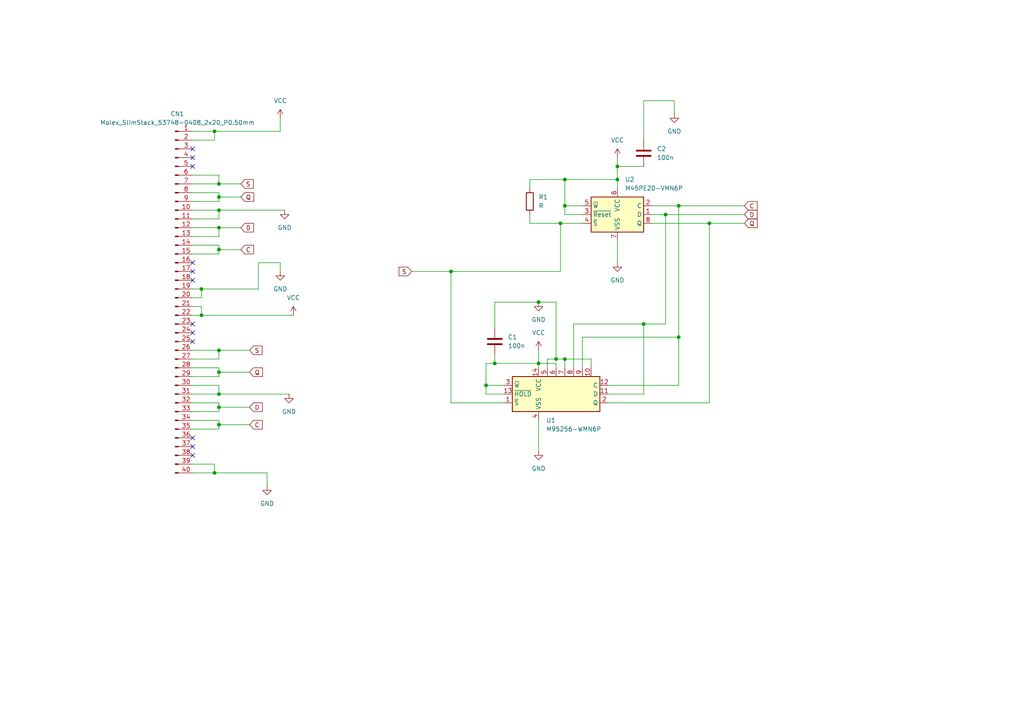
<source format=kicad_sch>
(kicad_sch
	(version 20231120)
	(generator "eeschema")
	(generator_version "8.0")
	(uuid "9072d004-ed07-4327-b1a8-0fd562a151ee")
	(paper "A4")
	(lib_symbols
		(symbol "Connector:Conn_01x40_Pin"
			(pin_names
				(offset 1.016) hide)
			(exclude_from_sim no)
			(in_bom yes)
			(on_board yes)
			(property "Reference" "J"
				(at 0 50.8 0)
				(effects
					(font
						(size 1.27 1.27)
					)
				)
			)
			(property "Value" "Conn_01x40_Pin"
				(at 0 -53.34 0)
				(effects
					(font
						(size 1.27 1.27)
					)
				)
			)
			(property "Footprint" ""
				(at 0 0 0)
				(effects
					(font
						(size 1.27 1.27)
					)
					(hide yes)
				)
			)
			(property "Datasheet" "~"
				(at 0 0 0)
				(effects
					(font
						(size 1.27 1.27)
					)
					(hide yes)
				)
			)
			(property "Description" "Generic connector, single row, 01x40, script generated"
				(at 0 0 0)
				(effects
					(font
						(size 1.27 1.27)
					)
					(hide yes)
				)
			)
			(property "ki_locked" ""
				(at 0 0 0)
				(effects
					(font
						(size 1.27 1.27)
					)
				)
			)
			(property "ki_keywords" "connector"
				(at 0 0 0)
				(effects
					(font
						(size 1.27 1.27)
					)
					(hide yes)
				)
			)
			(property "ki_fp_filters" "Connector*:*_1x??_*"
				(at 0 0 0)
				(effects
					(font
						(size 1.27 1.27)
					)
					(hide yes)
				)
			)
			(symbol "Conn_01x40_Pin_1_1"
				(polyline
					(pts
						(xy 1.27 -50.8) (xy 0.8636 -50.8)
					)
					(stroke
						(width 0.1524)
						(type default)
					)
					(fill
						(type none)
					)
				)
				(polyline
					(pts
						(xy 1.27 -48.26) (xy 0.8636 -48.26)
					)
					(stroke
						(width 0.1524)
						(type default)
					)
					(fill
						(type none)
					)
				)
				(polyline
					(pts
						(xy 1.27 -45.72) (xy 0.8636 -45.72)
					)
					(stroke
						(width 0.1524)
						(type default)
					)
					(fill
						(type none)
					)
				)
				(polyline
					(pts
						(xy 1.27 -43.18) (xy 0.8636 -43.18)
					)
					(stroke
						(width 0.1524)
						(type default)
					)
					(fill
						(type none)
					)
				)
				(polyline
					(pts
						(xy 1.27 -40.64) (xy 0.8636 -40.64)
					)
					(stroke
						(width 0.1524)
						(type default)
					)
					(fill
						(type none)
					)
				)
				(polyline
					(pts
						(xy 1.27 -38.1) (xy 0.8636 -38.1)
					)
					(stroke
						(width 0.1524)
						(type default)
					)
					(fill
						(type none)
					)
				)
				(polyline
					(pts
						(xy 1.27 -35.56) (xy 0.8636 -35.56)
					)
					(stroke
						(width 0.1524)
						(type default)
					)
					(fill
						(type none)
					)
				)
				(polyline
					(pts
						(xy 1.27 -33.02) (xy 0.8636 -33.02)
					)
					(stroke
						(width 0.1524)
						(type default)
					)
					(fill
						(type none)
					)
				)
				(polyline
					(pts
						(xy 1.27 -30.48) (xy 0.8636 -30.48)
					)
					(stroke
						(width 0.1524)
						(type default)
					)
					(fill
						(type none)
					)
				)
				(polyline
					(pts
						(xy 1.27 -27.94) (xy 0.8636 -27.94)
					)
					(stroke
						(width 0.1524)
						(type default)
					)
					(fill
						(type none)
					)
				)
				(polyline
					(pts
						(xy 1.27 -25.4) (xy 0.8636 -25.4)
					)
					(stroke
						(width 0.1524)
						(type default)
					)
					(fill
						(type none)
					)
				)
				(polyline
					(pts
						(xy 1.27 -22.86) (xy 0.8636 -22.86)
					)
					(stroke
						(width 0.1524)
						(type default)
					)
					(fill
						(type none)
					)
				)
				(polyline
					(pts
						(xy 1.27 -20.32) (xy 0.8636 -20.32)
					)
					(stroke
						(width 0.1524)
						(type default)
					)
					(fill
						(type none)
					)
				)
				(polyline
					(pts
						(xy 1.27 -17.78) (xy 0.8636 -17.78)
					)
					(stroke
						(width 0.1524)
						(type default)
					)
					(fill
						(type none)
					)
				)
				(polyline
					(pts
						(xy 1.27 -15.24) (xy 0.8636 -15.24)
					)
					(stroke
						(width 0.1524)
						(type default)
					)
					(fill
						(type none)
					)
				)
				(polyline
					(pts
						(xy 1.27 -12.7) (xy 0.8636 -12.7)
					)
					(stroke
						(width 0.1524)
						(type default)
					)
					(fill
						(type none)
					)
				)
				(polyline
					(pts
						(xy 1.27 -10.16) (xy 0.8636 -10.16)
					)
					(stroke
						(width 0.1524)
						(type default)
					)
					(fill
						(type none)
					)
				)
				(polyline
					(pts
						(xy 1.27 -7.62) (xy 0.8636 -7.62)
					)
					(stroke
						(width 0.1524)
						(type default)
					)
					(fill
						(type none)
					)
				)
				(polyline
					(pts
						(xy 1.27 -5.08) (xy 0.8636 -5.08)
					)
					(stroke
						(width 0.1524)
						(type default)
					)
					(fill
						(type none)
					)
				)
				(polyline
					(pts
						(xy 1.27 -2.54) (xy 0.8636 -2.54)
					)
					(stroke
						(width 0.1524)
						(type default)
					)
					(fill
						(type none)
					)
				)
				(polyline
					(pts
						(xy 1.27 0) (xy 0.8636 0)
					)
					(stroke
						(width 0.1524)
						(type default)
					)
					(fill
						(type none)
					)
				)
				(polyline
					(pts
						(xy 1.27 2.54) (xy 0.8636 2.54)
					)
					(stroke
						(width 0.1524)
						(type default)
					)
					(fill
						(type none)
					)
				)
				(polyline
					(pts
						(xy 1.27 5.08) (xy 0.8636 5.08)
					)
					(stroke
						(width 0.1524)
						(type default)
					)
					(fill
						(type none)
					)
				)
				(polyline
					(pts
						(xy 1.27 7.62) (xy 0.8636 7.62)
					)
					(stroke
						(width 0.1524)
						(type default)
					)
					(fill
						(type none)
					)
				)
				(polyline
					(pts
						(xy 1.27 10.16) (xy 0.8636 10.16)
					)
					(stroke
						(width 0.1524)
						(type default)
					)
					(fill
						(type none)
					)
				)
				(polyline
					(pts
						(xy 1.27 12.7) (xy 0.8636 12.7)
					)
					(stroke
						(width 0.1524)
						(type default)
					)
					(fill
						(type none)
					)
				)
				(polyline
					(pts
						(xy 1.27 15.24) (xy 0.8636 15.24)
					)
					(stroke
						(width 0.1524)
						(type default)
					)
					(fill
						(type none)
					)
				)
				(polyline
					(pts
						(xy 1.27 17.78) (xy 0.8636 17.78)
					)
					(stroke
						(width 0.1524)
						(type default)
					)
					(fill
						(type none)
					)
				)
				(polyline
					(pts
						(xy 1.27 20.32) (xy 0.8636 20.32)
					)
					(stroke
						(width 0.1524)
						(type default)
					)
					(fill
						(type none)
					)
				)
				(polyline
					(pts
						(xy 1.27 22.86) (xy 0.8636 22.86)
					)
					(stroke
						(width 0.1524)
						(type default)
					)
					(fill
						(type none)
					)
				)
				(polyline
					(pts
						(xy 1.27 25.4) (xy 0.8636 25.4)
					)
					(stroke
						(width 0.1524)
						(type default)
					)
					(fill
						(type none)
					)
				)
				(polyline
					(pts
						(xy 1.27 27.94) (xy 0.8636 27.94)
					)
					(stroke
						(width 0.1524)
						(type default)
					)
					(fill
						(type none)
					)
				)
				(polyline
					(pts
						(xy 1.27 30.48) (xy 0.8636 30.48)
					)
					(stroke
						(width 0.1524)
						(type default)
					)
					(fill
						(type none)
					)
				)
				(polyline
					(pts
						(xy 1.27 33.02) (xy 0.8636 33.02)
					)
					(stroke
						(width 0.1524)
						(type default)
					)
					(fill
						(type none)
					)
				)
				(polyline
					(pts
						(xy 1.27 35.56) (xy 0.8636 35.56)
					)
					(stroke
						(width 0.1524)
						(type default)
					)
					(fill
						(type none)
					)
				)
				(polyline
					(pts
						(xy 1.27 38.1) (xy 0.8636 38.1)
					)
					(stroke
						(width 0.1524)
						(type default)
					)
					(fill
						(type none)
					)
				)
				(polyline
					(pts
						(xy 1.27 40.64) (xy 0.8636 40.64)
					)
					(stroke
						(width 0.1524)
						(type default)
					)
					(fill
						(type none)
					)
				)
				(polyline
					(pts
						(xy 1.27 43.18) (xy 0.8636 43.18)
					)
					(stroke
						(width 0.1524)
						(type default)
					)
					(fill
						(type none)
					)
				)
				(polyline
					(pts
						(xy 1.27 45.72) (xy 0.8636 45.72)
					)
					(stroke
						(width 0.1524)
						(type default)
					)
					(fill
						(type none)
					)
				)
				(polyline
					(pts
						(xy 1.27 48.26) (xy 0.8636 48.26)
					)
					(stroke
						(width 0.1524)
						(type default)
					)
					(fill
						(type none)
					)
				)
				(rectangle
					(start 0.8636 -50.673)
					(end 0 -50.927)
					(stroke
						(width 0.1524)
						(type default)
					)
					(fill
						(type outline)
					)
				)
				(rectangle
					(start 0.8636 -48.133)
					(end 0 -48.387)
					(stroke
						(width 0.1524)
						(type default)
					)
					(fill
						(type outline)
					)
				)
				(rectangle
					(start 0.8636 -45.593)
					(end 0 -45.847)
					(stroke
						(width 0.1524)
						(type default)
					)
					(fill
						(type outline)
					)
				)
				(rectangle
					(start 0.8636 -43.053)
					(end 0 -43.307)
					(stroke
						(width 0.1524)
						(type default)
					)
					(fill
						(type outline)
					)
				)
				(rectangle
					(start 0.8636 -40.513)
					(end 0 -40.767)
					(stroke
						(width 0.1524)
						(type default)
					)
					(fill
						(type outline)
					)
				)
				(rectangle
					(start 0.8636 -37.973)
					(end 0 -38.227)
					(stroke
						(width 0.1524)
						(type default)
					)
					(fill
						(type outline)
					)
				)
				(rectangle
					(start 0.8636 -35.433)
					(end 0 -35.687)
					(stroke
						(width 0.1524)
						(type default)
					)
					(fill
						(type outline)
					)
				)
				(rectangle
					(start 0.8636 -32.893)
					(end 0 -33.147)
					(stroke
						(width 0.1524)
						(type default)
					)
					(fill
						(type outline)
					)
				)
				(rectangle
					(start 0.8636 -30.353)
					(end 0 -30.607)
					(stroke
						(width 0.1524)
						(type default)
					)
					(fill
						(type outline)
					)
				)
				(rectangle
					(start 0.8636 -27.813)
					(end 0 -28.067)
					(stroke
						(width 0.1524)
						(type default)
					)
					(fill
						(type outline)
					)
				)
				(rectangle
					(start 0.8636 -25.273)
					(end 0 -25.527)
					(stroke
						(width 0.1524)
						(type default)
					)
					(fill
						(type outline)
					)
				)
				(rectangle
					(start 0.8636 -22.733)
					(end 0 -22.987)
					(stroke
						(width 0.1524)
						(type default)
					)
					(fill
						(type outline)
					)
				)
				(rectangle
					(start 0.8636 -20.193)
					(end 0 -20.447)
					(stroke
						(width 0.1524)
						(type default)
					)
					(fill
						(type outline)
					)
				)
				(rectangle
					(start 0.8636 -17.653)
					(end 0 -17.907)
					(stroke
						(width 0.1524)
						(type default)
					)
					(fill
						(type outline)
					)
				)
				(rectangle
					(start 0.8636 -15.113)
					(end 0 -15.367)
					(stroke
						(width 0.1524)
						(type default)
					)
					(fill
						(type outline)
					)
				)
				(rectangle
					(start 0.8636 -12.573)
					(end 0 -12.827)
					(stroke
						(width 0.1524)
						(type default)
					)
					(fill
						(type outline)
					)
				)
				(rectangle
					(start 0.8636 -10.033)
					(end 0 -10.287)
					(stroke
						(width 0.1524)
						(type default)
					)
					(fill
						(type outline)
					)
				)
				(rectangle
					(start 0.8636 -7.493)
					(end 0 -7.747)
					(stroke
						(width 0.1524)
						(type default)
					)
					(fill
						(type outline)
					)
				)
				(rectangle
					(start 0.8636 -4.953)
					(end 0 -5.207)
					(stroke
						(width 0.1524)
						(type default)
					)
					(fill
						(type outline)
					)
				)
				(rectangle
					(start 0.8636 -2.413)
					(end 0 -2.667)
					(stroke
						(width 0.1524)
						(type default)
					)
					(fill
						(type outline)
					)
				)
				(rectangle
					(start 0.8636 0.127)
					(end 0 -0.127)
					(stroke
						(width 0.1524)
						(type default)
					)
					(fill
						(type outline)
					)
				)
				(rectangle
					(start 0.8636 2.667)
					(end 0 2.413)
					(stroke
						(width 0.1524)
						(type default)
					)
					(fill
						(type outline)
					)
				)
				(rectangle
					(start 0.8636 5.207)
					(end 0 4.953)
					(stroke
						(width 0.1524)
						(type default)
					)
					(fill
						(type outline)
					)
				)
				(rectangle
					(start 0.8636 7.747)
					(end 0 7.493)
					(stroke
						(width 0.1524)
						(type default)
					)
					(fill
						(type outline)
					)
				)
				(rectangle
					(start 0.8636 10.287)
					(end 0 10.033)
					(stroke
						(width 0.1524)
						(type default)
					)
					(fill
						(type outline)
					)
				)
				(rectangle
					(start 0.8636 12.827)
					(end 0 12.573)
					(stroke
						(width 0.1524)
						(type default)
					)
					(fill
						(type outline)
					)
				)
				(rectangle
					(start 0.8636 15.367)
					(end 0 15.113)
					(stroke
						(width 0.1524)
						(type default)
					)
					(fill
						(type outline)
					)
				)
				(rectangle
					(start 0.8636 17.907)
					(end 0 17.653)
					(stroke
						(width 0.1524)
						(type default)
					)
					(fill
						(type outline)
					)
				)
				(rectangle
					(start 0.8636 20.447)
					(end 0 20.193)
					(stroke
						(width 0.1524)
						(type default)
					)
					(fill
						(type outline)
					)
				)
				(rectangle
					(start 0.8636 22.987)
					(end 0 22.733)
					(stroke
						(width 0.1524)
						(type default)
					)
					(fill
						(type outline)
					)
				)
				(rectangle
					(start 0.8636 25.527)
					(end 0 25.273)
					(stroke
						(width 0.1524)
						(type default)
					)
					(fill
						(type outline)
					)
				)
				(rectangle
					(start 0.8636 28.067)
					(end 0 27.813)
					(stroke
						(width 0.1524)
						(type default)
					)
					(fill
						(type outline)
					)
				)
				(rectangle
					(start 0.8636 30.607)
					(end 0 30.353)
					(stroke
						(width 0.1524)
						(type default)
					)
					(fill
						(type outline)
					)
				)
				(rectangle
					(start 0.8636 33.147)
					(end 0 32.893)
					(stroke
						(width 0.1524)
						(type default)
					)
					(fill
						(type outline)
					)
				)
				(rectangle
					(start 0.8636 35.687)
					(end 0 35.433)
					(stroke
						(width 0.1524)
						(type default)
					)
					(fill
						(type outline)
					)
				)
				(rectangle
					(start 0.8636 38.227)
					(end 0 37.973)
					(stroke
						(width 0.1524)
						(type default)
					)
					(fill
						(type outline)
					)
				)
				(rectangle
					(start 0.8636 40.767)
					(end 0 40.513)
					(stroke
						(width 0.1524)
						(type default)
					)
					(fill
						(type outline)
					)
				)
				(rectangle
					(start 0.8636 43.307)
					(end 0 43.053)
					(stroke
						(width 0.1524)
						(type default)
					)
					(fill
						(type outline)
					)
				)
				(rectangle
					(start 0.8636 45.847)
					(end 0 45.593)
					(stroke
						(width 0.1524)
						(type default)
					)
					(fill
						(type outline)
					)
				)
				(rectangle
					(start 0.8636 48.387)
					(end 0 48.133)
					(stroke
						(width 0.1524)
						(type default)
					)
					(fill
						(type outline)
					)
				)
				(pin passive line
					(at 5.08 48.26 180)
					(length 3.81)
					(name "Pin_1"
						(effects
							(font
								(size 1.27 1.27)
							)
						)
					)
					(number "1"
						(effects
							(font
								(size 1.27 1.27)
							)
						)
					)
				)
				(pin passive line
					(at 5.08 25.4 180)
					(length 3.81)
					(name "Pin_10"
						(effects
							(font
								(size 1.27 1.27)
							)
						)
					)
					(number "10"
						(effects
							(font
								(size 1.27 1.27)
							)
						)
					)
				)
				(pin passive line
					(at 5.08 22.86 180)
					(length 3.81)
					(name "Pin_11"
						(effects
							(font
								(size 1.27 1.27)
							)
						)
					)
					(number "11"
						(effects
							(font
								(size 1.27 1.27)
							)
						)
					)
				)
				(pin passive line
					(at 5.08 20.32 180)
					(length 3.81)
					(name "Pin_12"
						(effects
							(font
								(size 1.27 1.27)
							)
						)
					)
					(number "12"
						(effects
							(font
								(size 1.27 1.27)
							)
						)
					)
				)
				(pin passive line
					(at 5.08 17.78 180)
					(length 3.81)
					(name "Pin_13"
						(effects
							(font
								(size 1.27 1.27)
							)
						)
					)
					(number "13"
						(effects
							(font
								(size 1.27 1.27)
							)
						)
					)
				)
				(pin passive line
					(at 5.08 15.24 180)
					(length 3.81)
					(name "Pin_14"
						(effects
							(font
								(size 1.27 1.27)
							)
						)
					)
					(number "14"
						(effects
							(font
								(size 1.27 1.27)
							)
						)
					)
				)
				(pin passive line
					(at 5.08 12.7 180)
					(length 3.81)
					(name "Pin_15"
						(effects
							(font
								(size 1.27 1.27)
							)
						)
					)
					(number "15"
						(effects
							(font
								(size 1.27 1.27)
							)
						)
					)
				)
				(pin passive line
					(at 5.08 10.16 180)
					(length 3.81)
					(name "Pin_16"
						(effects
							(font
								(size 1.27 1.27)
							)
						)
					)
					(number "16"
						(effects
							(font
								(size 1.27 1.27)
							)
						)
					)
				)
				(pin passive line
					(at 5.08 7.62 180)
					(length 3.81)
					(name "Pin_17"
						(effects
							(font
								(size 1.27 1.27)
							)
						)
					)
					(number "17"
						(effects
							(font
								(size 1.27 1.27)
							)
						)
					)
				)
				(pin passive line
					(at 5.08 5.08 180)
					(length 3.81)
					(name "Pin_18"
						(effects
							(font
								(size 1.27 1.27)
							)
						)
					)
					(number "18"
						(effects
							(font
								(size 1.27 1.27)
							)
						)
					)
				)
				(pin passive line
					(at 5.08 2.54 180)
					(length 3.81)
					(name "Pin_19"
						(effects
							(font
								(size 1.27 1.27)
							)
						)
					)
					(number "19"
						(effects
							(font
								(size 1.27 1.27)
							)
						)
					)
				)
				(pin passive line
					(at 5.08 45.72 180)
					(length 3.81)
					(name "Pin_2"
						(effects
							(font
								(size 1.27 1.27)
							)
						)
					)
					(number "2"
						(effects
							(font
								(size 1.27 1.27)
							)
						)
					)
				)
				(pin passive line
					(at 5.08 0 180)
					(length 3.81)
					(name "Pin_20"
						(effects
							(font
								(size 1.27 1.27)
							)
						)
					)
					(number "20"
						(effects
							(font
								(size 1.27 1.27)
							)
						)
					)
				)
				(pin passive line
					(at 5.08 -2.54 180)
					(length 3.81)
					(name "Pin_21"
						(effects
							(font
								(size 1.27 1.27)
							)
						)
					)
					(number "21"
						(effects
							(font
								(size 1.27 1.27)
							)
						)
					)
				)
				(pin passive line
					(at 5.08 -5.08 180)
					(length 3.81)
					(name "Pin_22"
						(effects
							(font
								(size 1.27 1.27)
							)
						)
					)
					(number "22"
						(effects
							(font
								(size 1.27 1.27)
							)
						)
					)
				)
				(pin passive line
					(at 5.08 -7.62 180)
					(length 3.81)
					(name "Pin_23"
						(effects
							(font
								(size 1.27 1.27)
							)
						)
					)
					(number "23"
						(effects
							(font
								(size 1.27 1.27)
							)
						)
					)
				)
				(pin passive line
					(at 5.08 -10.16 180)
					(length 3.81)
					(name "Pin_24"
						(effects
							(font
								(size 1.27 1.27)
							)
						)
					)
					(number "24"
						(effects
							(font
								(size 1.27 1.27)
							)
						)
					)
				)
				(pin passive line
					(at 5.08 -12.7 180)
					(length 3.81)
					(name "Pin_25"
						(effects
							(font
								(size 1.27 1.27)
							)
						)
					)
					(number "25"
						(effects
							(font
								(size 1.27 1.27)
							)
						)
					)
				)
				(pin passive line
					(at 5.08 -15.24 180)
					(length 3.81)
					(name "Pin_26"
						(effects
							(font
								(size 1.27 1.27)
							)
						)
					)
					(number "26"
						(effects
							(font
								(size 1.27 1.27)
							)
						)
					)
				)
				(pin passive line
					(at 5.08 -17.78 180)
					(length 3.81)
					(name "Pin_27"
						(effects
							(font
								(size 1.27 1.27)
							)
						)
					)
					(number "27"
						(effects
							(font
								(size 1.27 1.27)
							)
						)
					)
				)
				(pin passive line
					(at 5.08 -20.32 180)
					(length 3.81)
					(name "Pin_28"
						(effects
							(font
								(size 1.27 1.27)
							)
						)
					)
					(number "28"
						(effects
							(font
								(size 1.27 1.27)
							)
						)
					)
				)
				(pin passive line
					(at 5.08 -22.86 180)
					(length 3.81)
					(name "Pin_29"
						(effects
							(font
								(size 1.27 1.27)
							)
						)
					)
					(number "29"
						(effects
							(font
								(size 1.27 1.27)
							)
						)
					)
				)
				(pin passive line
					(at 5.08 43.18 180)
					(length 3.81)
					(name "Pin_3"
						(effects
							(font
								(size 1.27 1.27)
							)
						)
					)
					(number "3"
						(effects
							(font
								(size 1.27 1.27)
							)
						)
					)
				)
				(pin passive line
					(at 5.08 -25.4 180)
					(length 3.81)
					(name "Pin_30"
						(effects
							(font
								(size 1.27 1.27)
							)
						)
					)
					(number "30"
						(effects
							(font
								(size 1.27 1.27)
							)
						)
					)
				)
				(pin passive line
					(at 5.08 -27.94 180)
					(length 3.81)
					(name "Pin_31"
						(effects
							(font
								(size 1.27 1.27)
							)
						)
					)
					(number "31"
						(effects
							(font
								(size 1.27 1.27)
							)
						)
					)
				)
				(pin passive line
					(at 5.08 -30.48 180)
					(length 3.81)
					(name "Pin_32"
						(effects
							(font
								(size 1.27 1.27)
							)
						)
					)
					(number "32"
						(effects
							(font
								(size 1.27 1.27)
							)
						)
					)
				)
				(pin passive line
					(at 5.08 -33.02 180)
					(length 3.81)
					(name "Pin_33"
						(effects
							(font
								(size 1.27 1.27)
							)
						)
					)
					(number "33"
						(effects
							(font
								(size 1.27 1.27)
							)
						)
					)
				)
				(pin passive line
					(at 5.08 -35.56 180)
					(length 3.81)
					(name "Pin_34"
						(effects
							(font
								(size 1.27 1.27)
							)
						)
					)
					(number "34"
						(effects
							(font
								(size 1.27 1.27)
							)
						)
					)
				)
				(pin passive line
					(at 5.08 -38.1 180)
					(length 3.81)
					(name "Pin_35"
						(effects
							(font
								(size 1.27 1.27)
							)
						)
					)
					(number "35"
						(effects
							(font
								(size 1.27 1.27)
							)
						)
					)
				)
				(pin passive line
					(at 5.08 -40.64 180)
					(length 3.81)
					(name "Pin_36"
						(effects
							(font
								(size 1.27 1.27)
							)
						)
					)
					(number "36"
						(effects
							(font
								(size 1.27 1.27)
							)
						)
					)
				)
				(pin passive line
					(at 5.08 -43.18 180)
					(length 3.81)
					(name "Pin_37"
						(effects
							(font
								(size 1.27 1.27)
							)
						)
					)
					(number "37"
						(effects
							(font
								(size 1.27 1.27)
							)
						)
					)
				)
				(pin passive line
					(at 5.08 -45.72 180)
					(length 3.81)
					(name "Pin_38"
						(effects
							(font
								(size 1.27 1.27)
							)
						)
					)
					(number "38"
						(effects
							(font
								(size 1.27 1.27)
							)
						)
					)
				)
				(pin passive line
					(at 5.08 -48.26 180)
					(length 3.81)
					(name "Pin_39"
						(effects
							(font
								(size 1.27 1.27)
							)
						)
					)
					(number "39"
						(effects
							(font
								(size 1.27 1.27)
							)
						)
					)
				)
				(pin passive line
					(at 5.08 40.64 180)
					(length 3.81)
					(name "Pin_4"
						(effects
							(font
								(size 1.27 1.27)
							)
						)
					)
					(number "4"
						(effects
							(font
								(size 1.27 1.27)
							)
						)
					)
				)
				(pin passive line
					(at 5.08 -50.8 180)
					(length 3.81)
					(name "Pin_40"
						(effects
							(font
								(size 1.27 1.27)
							)
						)
					)
					(number "40"
						(effects
							(font
								(size 1.27 1.27)
							)
						)
					)
				)
				(pin passive line
					(at 5.08 38.1 180)
					(length 3.81)
					(name "Pin_5"
						(effects
							(font
								(size 1.27 1.27)
							)
						)
					)
					(number "5"
						(effects
							(font
								(size 1.27 1.27)
							)
						)
					)
				)
				(pin passive line
					(at 5.08 35.56 180)
					(length 3.81)
					(name "Pin_6"
						(effects
							(font
								(size 1.27 1.27)
							)
						)
					)
					(number "6"
						(effects
							(font
								(size 1.27 1.27)
							)
						)
					)
				)
				(pin passive line
					(at 5.08 33.02 180)
					(length 3.81)
					(name "Pin_7"
						(effects
							(font
								(size 1.27 1.27)
							)
						)
					)
					(number "7"
						(effects
							(font
								(size 1.27 1.27)
							)
						)
					)
				)
				(pin passive line
					(at 5.08 30.48 180)
					(length 3.81)
					(name "Pin_8"
						(effects
							(font
								(size 1.27 1.27)
							)
						)
					)
					(number "8"
						(effects
							(font
								(size 1.27 1.27)
							)
						)
					)
				)
				(pin passive line
					(at 5.08 27.94 180)
					(length 3.81)
					(name "Pin_9"
						(effects
							(font
								(size 1.27 1.27)
							)
						)
					)
					(number "9"
						(effects
							(font
								(size 1.27 1.27)
							)
						)
					)
				)
			)
		)
		(symbol "Device:C"
			(pin_numbers hide)
			(pin_names
				(offset 0.254)
			)
			(exclude_from_sim no)
			(in_bom yes)
			(on_board yes)
			(property "Reference" "C"
				(at 0.635 2.54 0)
				(effects
					(font
						(size 1.27 1.27)
					)
					(justify left)
				)
			)
			(property "Value" "C"
				(at 0.635 -2.54 0)
				(effects
					(font
						(size 1.27 1.27)
					)
					(justify left)
				)
			)
			(property "Footprint" ""
				(at 0.9652 -3.81 0)
				(effects
					(font
						(size 1.27 1.27)
					)
					(hide yes)
				)
			)
			(property "Datasheet" "~"
				(at 0 0 0)
				(effects
					(font
						(size 1.27 1.27)
					)
					(hide yes)
				)
			)
			(property "Description" "Unpolarized capacitor"
				(at 0 0 0)
				(effects
					(font
						(size 1.27 1.27)
					)
					(hide yes)
				)
			)
			(property "ki_keywords" "cap capacitor"
				(at 0 0 0)
				(effects
					(font
						(size 1.27 1.27)
					)
					(hide yes)
				)
			)
			(property "ki_fp_filters" "C_*"
				(at 0 0 0)
				(effects
					(font
						(size 1.27 1.27)
					)
					(hide yes)
				)
			)
			(symbol "C_0_1"
				(polyline
					(pts
						(xy -2.032 -0.762) (xy 2.032 -0.762)
					)
					(stroke
						(width 0.508)
						(type default)
					)
					(fill
						(type none)
					)
				)
				(polyline
					(pts
						(xy -2.032 0.762) (xy 2.032 0.762)
					)
					(stroke
						(width 0.508)
						(type default)
					)
					(fill
						(type none)
					)
				)
			)
			(symbol "C_1_1"
				(pin passive line
					(at 0 3.81 270)
					(length 2.794)
					(name "~"
						(effects
							(font
								(size 1.27 1.27)
							)
						)
					)
					(number "1"
						(effects
							(font
								(size 1.27 1.27)
							)
						)
					)
				)
				(pin passive line
					(at 0 -3.81 90)
					(length 2.794)
					(name "~"
						(effects
							(font
								(size 1.27 1.27)
							)
						)
					)
					(number "2"
						(effects
							(font
								(size 1.27 1.27)
							)
						)
					)
				)
			)
		)
		(symbol "Device:R"
			(pin_numbers hide)
			(pin_names
				(offset 0)
			)
			(exclude_from_sim no)
			(in_bom yes)
			(on_board yes)
			(property "Reference" "R"
				(at 2.032 0 90)
				(effects
					(font
						(size 1.27 1.27)
					)
				)
			)
			(property "Value" "R"
				(at 0 0 90)
				(effects
					(font
						(size 1.27 1.27)
					)
				)
			)
			(property "Footprint" ""
				(at -1.778 0 90)
				(effects
					(font
						(size 1.27 1.27)
					)
					(hide yes)
				)
			)
			(property "Datasheet" "~"
				(at 0 0 0)
				(effects
					(font
						(size 1.27 1.27)
					)
					(hide yes)
				)
			)
			(property "Description" "Resistor"
				(at 0 0 0)
				(effects
					(font
						(size 1.27 1.27)
					)
					(hide yes)
				)
			)
			(property "ki_keywords" "R res resistor"
				(at 0 0 0)
				(effects
					(font
						(size 1.27 1.27)
					)
					(hide yes)
				)
			)
			(property "ki_fp_filters" "R_*"
				(at 0 0 0)
				(effects
					(font
						(size 1.27 1.27)
					)
					(hide yes)
				)
			)
			(symbol "R_0_1"
				(rectangle
					(start -1.016 -2.54)
					(end 1.016 2.54)
					(stroke
						(width 0.254)
						(type default)
					)
					(fill
						(type none)
					)
				)
			)
			(symbol "R_1_1"
				(pin passive line
					(at 0 3.81 270)
					(length 1.27)
					(name "~"
						(effects
							(font
								(size 1.27 1.27)
							)
						)
					)
					(number "1"
						(effects
							(font
								(size 1.27 1.27)
							)
						)
					)
				)
				(pin passive line
					(at 0 -3.81 90)
					(length 1.27)
					(name "~"
						(effects
							(font
								(size 1.27 1.27)
							)
						)
					)
					(number "2"
						(effects
							(font
								(size 1.27 1.27)
							)
						)
					)
				)
			)
		)
		(symbol "power:GND"
			(power)
			(pin_numbers hide)
			(pin_names
				(offset 0) hide)
			(exclude_from_sim no)
			(in_bom yes)
			(on_board yes)
			(property "Reference" "#PWR"
				(at 0 -6.35 0)
				(effects
					(font
						(size 1.27 1.27)
					)
					(hide yes)
				)
			)
			(property "Value" "GND"
				(at 0 -3.81 0)
				(effects
					(font
						(size 1.27 1.27)
					)
				)
			)
			(property "Footprint" ""
				(at 0 0 0)
				(effects
					(font
						(size 1.27 1.27)
					)
					(hide yes)
				)
			)
			(property "Datasheet" ""
				(at 0 0 0)
				(effects
					(font
						(size 1.27 1.27)
					)
					(hide yes)
				)
			)
			(property "Description" "Power symbol creates a global label with name \"GND\" , ground"
				(at 0 0 0)
				(effects
					(font
						(size 1.27 1.27)
					)
					(hide yes)
				)
			)
			(property "ki_keywords" "global power"
				(at 0 0 0)
				(effects
					(font
						(size 1.27 1.27)
					)
					(hide yes)
				)
			)
			(symbol "GND_0_1"
				(polyline
					(pts
						(xy 0 0) (xy 0 -1.27) (xy 1.27 -1.27) (xy 0 -2.54) (xy -1.27 -1.27) (xy 0 -1.27)
					)
					(stroke
						(width 0)
						(type default)
					)
					(fill
						(type none)
					)
				)
			)
			(symbol "GND_1_1"
				(pin power_in line
					(at 0 0 270)
					(length 0)
					(name "~"
						(effects
							(font
								(size 1.27 1.27)
							)
						)
					)
					(number "1"
						(effects
							(font
								(size 1.27 1.27)
							)
						)
					)
				)
			)
		)
		(symbol "power:VCC"
			(power)
			(pin_numbers hide)
			(pin_names
				(offset 0) hide)
			(exclude_from_sim no)
			(in_bom yes)
			(on_board yes)
			(property "Reference" "#PWR"
				(at 0 -3.81 0)
				(effects
					(font
						(size 1.27 1.27)
					)
					(hide yes)
				)
			)
			(property "Value" "VCC"
				(at 0 3.556 0)
				(effects
					(font
						(size 1.27 1.27)
					)
				)
			)
			(property "Footprint" ""
				(at 0 0 0)
				(effects
					(font
						(size 1.27 1.27)
					)
					(hide yes)
				)
			)
			(property "Datasheet" ""
				(at 0 0 0)
				(effects
					(font
						(size 1.27 1.27)
					)
					(hide yes)
				)
			)
			(property "Description" "Power symbol creates a global label with name \"VCC\""
				(at 0 0 0)
				(effects
					(font
						(size 1.27 1.27)
					)
					(hide yes)
				)
			)
			(property "ki_keywords" "global power"
				(at 0 0 0)
				(effects
					(font
						(size 1.27 1.27)
					)
					(hide yes)
				)
			)
			(symbol "VCC_0_1"
				(polyline
					(pts
						(xy -0.762 1.27) (xy 0 2.54)
					)
					(stroke
						(width 0)
						(type default)
					)
					(fill
						(type none)
					)
				)
				(polyline
					(pts
						(xy 0 0) (xy 0 2.54)
					)
					(stroke
						(width 0)
						(type default)
					)
					(fill
						(type none)
					)
				)
				(polyline
					(pts
						(xy 0 2.54) (xy 0.762 1.27)
					)
					(stroke
						(width 0)
						(type default)
					)
					(fill
						(type none)
					)
				)
			)
			(symbol "VCC_1_1"
				(pin power_in line
					(at 0 0 90)
					(length 0)
					(name "~"
						(effects
							(font
								(size 1.27 1.27)
							)
						)
					)
					(number "1"
						(effects
							(font
								(size 1.27 1.27)
							)
						)
					)
				)
			)
		)
		(symbol "tage:M45PE20-VMN6P"
			(exclude_from_sim no)
			(in_bom yes)
			(on_board yes)
			(property "Reference" "U"
				(at -7.62 6.35 0)
				(effects
					(font
						(size 1.27 1.27)
					)
				)
			)
			(property "Value" "M45PE20-VMN6P"
				(at 2.54 -6.35 0)
				(effects
					(font
						(size 1.27 1.27)
					)
					(justify left)
				)
			)
			(property "Footprint" "Package_SO:SOIC-8_3.9x4.9mm_P1.27mm"
				(at 1.27 19.05 0)
				(effects
					(font
						(size 1.27 1.27)
					)
					(hide yes)
				)
			)
			(property "Datasheet" "http://www.st.com/content/ccc/resource/technical/document/datasheet/9d/75/f0/3e/76/00/4c/0b/CD00103810.pdf/files/CD00103810.pdf/jcr:content/translations/en.CD00103810.pdf"
				(at 1.27 21.59 0)
				(effects
					(font
						(size 1.27 1.27)
					)
					(hide yes)
				)
			)
			(property "Description" "SPI Flash, 2Mb (256K x 8), No Identification Page, 2.5 to 5.5V, SOIC8"
				(at 0.508 -19.304 0)
				(effects
					(font
						(size 1.27 1.27)
					)
					(hide yes)
				)
			)
			(property "ki_keywords" "SPI Flash"
				(at 0 0 0)
				(effects
					(font
						(size 1.27 1.27)
					)
					(hide yes)
				)
			)
			(property "ki_fp_filters" "SOIC*3.9x4.9mm*P1.27mm*"
				(at 0 0 0)
				(effects
					(font
						(size 1.27 1.27)
					)
					(hide yes)
				)
			)
			(symbol "M45PE20-VMN6P_1_1"
				(rectangle
					(start -7.62 5.08)
					(end 7.62 -5.08)
					(stroke
						(width 0.254)
						(type default)
					)
					(fill
						(type background)
					)
				)
				(pin input line
					(at 10.16 0 180)
					(length 2.54)
					(name "D"
						(effects
							(font
								(size 1.27 1.27)
							)
						)
					)
					(number "1"
						(effects
							(font
								(size 1.27 1.27)
							)
						)
					)
				)
				(pin input line
					(at 10.16 2.54 180)
					(length 2.54)
					(name "C"
						(effects
							(font
								(size 1.27 1.27)
							)
						)
					)
					(number "2"
						(effects
							(font
								(size 1.27 1.27)
							)
						)
					)
				)
				(pin input line
					(at -10.16 0 0)
					(length 2.54)
					(name "~{Reset}"
						(effects
							(font
								(size 1.27 1.27)
							)
						)
					)
					(number "3"
						(effects
							(font
								(size 1.27 1.27)
							)
						)
					)
				)
				(pin input line
					(at -10.16 -2.54 0)
					(length 2.54)
					(name "~{S}"
						(effects
							(font
								(size 1.27 1.27)
							)
						)
					)
					(number "4"
						(effects
							(font
								(size 1.27 1.27)
							)
						)
					)
				)
				(pin input line
					(at -10.16 2.54 0)
					(length 2.54)
					(name "~{W}"
						(effects
							(font
								(size 1.27 1.27)
							)
						)
					)
					(number "5"
						(effects
							(font
								(size 1.27 1.27)
							)
						)
					)
				)
				(pin power_in line
					(at 0 7.62 270)
					(length 2.54)
					(name "VCC"
						(effects
							(font
								(size 1.27 1.27)
							)
						)
					)
					(number "6"
						(effects
							(font
								(size 1.27 1.27)
							)
						)
					)
				)
				(pin power_in line
					(at 0 -7.62 90)
					(length 2.54)
					(name "VSS"
						(effects
							(font
								(size 1.27 1.27)
							)
						)
					)
					(number "7"
						(effects
							(font
								(size 1.27 1.27)
							)
						)
					)
				)
				(pin output line
					(at 10.16 -2.54 180)
					(length 2.54)
					(name "Q"
						(effects
							(font
								(size 1.27 1.27)
							)
						)
					)
					(number "8"
						(effects
							(font
								(size 1.27 1.27)
							)
						)
					)
				)
			)
		)
		(symbol "tage:M95256-WMN6P_14-pin"
			(exclude_from_sim no)
			(in_bom yes)
			(on_board yes)
			(property "Reference" "U"
				(at -7.62 6.35 0)
				(effects
					(font
						(size 1.27 1.27)
					)
				)
			)
			(property "Value" "M95256-WMN6P_14-pin"
				(at 2.54 -6.35 0)
				(effects
					(font
						(size 1.27 1.27)
					)
					(justify left)
				)
			)
			(property "Footprint" "Package_SO:TSSOP-14_4.4x5mm_P0.65mm"
				(at 16.256 -18.542 0)
				(effects
					(font
						(size 1.27 1.27)
					)
					(hide yes)
				)
			)
			(property "Datasheet" "http://www.st.com/content/ccc/resource/technical/document/datasheet/9d/75/f0/3e/76/00/4c/0b/CD00103810.pdf/files/CD00103810.pdf/jcr:content/translations/en.CD00103810.pdf"
				(at -6.096 -20.574 0)
				(effects
					(font
						(size 1.27 1.27)
					)
					(hide yes)
				)
			)
			(property "Description" "SPI EEPROM, 256Kb (32K x 8), No Identification Page, 2.5 to 5.5V, SO8"
				(at -0.762 -23.114 0)
				(effects
					(font
						(size 1.27 1.27)
					)
					(hide yes)
				)
			)
			(property "ki_keywords" "SPI EEPROM"
				(at 0 0 0)
				(effects
					(font
						(size 1.27 1.27)
					)
					(hide yes)
				)
			)
			(property "ki_fp_filters" "SOIC*3.9x4.9mm*P1.27mm*"
				(at 0 0 0)
				(effects
					(font
						(size 1.27 1.27)
					)
					(hide yes)
				)
			)
			(symbol "M95256-WMN6P_14-pin_1_0"
				(pin unspecified line
					(at 15.24 7.62 270)
					(length 2.54)
					(name ""
						(effects
							(font
								(size 1.27 1.27)
							)
						)
					)
					(number "10"
						(effects
							(font
								(size 1.27 1.27)
							)
						)
					)
				)
				(pin unspecified line
					(at 2.54 7.62 270)
					(length 2.54)
					(name ""
						(effects
							(font
								(size 1.27 1.27)
							)
						)
					)
					(number "5"
						(effects
							(font
								(size 1.27 1.27)
							)
						)
					)
				)
				(pin unspecified line
					(at 5.08 7.62 270)
					(length 2.54)
					(name ""
						(effects
							(font
								(size 1.27 1.27)
							)
						)
					)
					(number "6"
						(effects
							(font
								(size 1.27 1.27)
							)
						)
					)
				)
				(pin unspecified line
					(at 7.62 7.62 270)
					(length 2.54)
					(name ""
						(effects
							(font
								(size 1.27 1.27)
							)
						)
					)
					(number "7"
						(effects
							(font
								(size 1.27 1.27)
							)
						)
					)
				)
				(pin unspecified line
					(at 10.16 7.62 270)
					(length 2.54)
					(name ""
						(effects
							(font
								(size 1.27 1.27)
							)
						)
					)
					(number "8"
						(effects
							(font
								(size 1.27 1.27)
							)
						)
					)
				)
				(pin unspecified line
					(at 12.7 7.62 270)
					(length 2.54)
					(name ""
						(effects
							(font
								(size 1.27 1.27)
							)
						)
					)
					(number "9"
						(effects
							(font
								(size 1.27 1.27)
							)
						)
					)
				)
			)
			(symbol "M95256-WMN6P_14-pin_1_1"
				(rectangle
					(start -7.62 5.08)
					(end 17.78 -5.08)
					(stroke
						(width 0.254)
						(type default)
					)
					(fill
						(type background)
					)
				)
				(pin input line
					(at -10.16 -2.54 0)
					(length 2.54)
					(name "~{S}"
						(effects
							(font
								(size 1.27 1.27)
							)
						)
					)
					(number "1"
						(effects
							(font
								(size 1.27 1.27)
							)
						)
					)
				)
				(pin input line
					(at 20.32 0 180)
					(length 2.54)
					(name "D"
						(effects
							(font
								(size 1.27 1.27)
							)
						)
					)
					(number "11"
						(effects
							(font
								(size 1.27 1.27)
							)
						)
					)
				)
				(pin input line
					(at 20.32 2.54 180)
					(length 2.54)
					(name "C"
						(effects
							(font
								(size 1.27 1.27)
							)
						)
					)
					(number "12"
						(effects
							(font
								(size 1.27 1.27)
							)
						)
					)
				)
				(pin input line
					(at -10.16 0 0)
					(length 2.54)
					(name "~{HOLD}"
						(effects
							(font
								(size 1.27 1.27)
							)
						)
					)
					(number "13"
						(effects
							(font
								(size 1.27 1.27)
							)
						)
					)
				)
				(pin power_in line
					(at 0 7.62 270)
					(length 2.54)
					(name "VCC"
						(effects
							(font
								(size 1.27 1.27)
							)
						)
					)
					(number "14"
						(effects
							(font
								(size 1.27 1.27)
							)
						)
					)
				)
				(pin output line
					(at 20.32 -2.54 180)
					(length 2.54)
					(name "Q"
						(effects
							(font
								(size 1.27 1.27)
							)
						)
					)
					(number "2"
						(effects
							(font
								(size 1.27 1.27)
							)
						)
					)
				)
				(pin input line
					(at -10.16 2.54 0)
					(length 2.54)
					(name "~{W}"
						(effects
							(font
								(size 1.27 1.27)
							)
						)
					)
					(number "3"
						(effects
							(font
								(size 1.27 1.27)
							)
						)
					)
				)
				(pin power_in line
					(at 0 -7.62 90)
					(length 2.54)
					(name "VSS"
						(effects
							(font
								(size 1.27 1.27)
							)
						)
					)
					(number "4"
						(effects
							(font
								(size 1.27 1.27)
							)
						)
					)
				)
			)
		)
	)
	(junction
		(at 143.51 105.41)
		(diameter 0)
		(color 0 0 0 0)
		(uuid "0757503f-de57-43fc-9eef-3b08e289297a")
	)
	(junction
		(at 63.5 60.96)
		(diameter 0)
		(color 0 0 0 0)
		(uuid "0b1c1552-4210-4356-bb88-2c3d856aabe1")
	)
	(junction
		(at 63.5 114.3)
		(diameter 0)
		(color 0 0 0 0)
		(uuid "0e0b002a-0dbc-4fe8-b248-c7cb02938cca")
	)
	(junction
		(at 58.42 91.44)
		(diameter 0)
		(color 0 0 0 0)
		(uuid "1114ae38-8d16-4c3b-8677-acf184decd33")
	)
	(junction
		(at 63.5 53.34)
		(diameter 0)
		(color 0 0 0 0)
		(uuid "14d08325-a730-440b-9639-de28893b6515")
	)
	(junction
		(at 163.83 59.69)
		(diameter 0)
		(color 0 0 0 0)
		(uuid "16540af9-fa74-446d-b164-2069b2c7a0aa")
	)
	(junction
		(at 140.97 111.76)
		(diameter 0)
		(color 0 0 0 0)
		(uuid "23b0f449-499c-45f5-a28f-cb567990f9d5")
	)
	(junction
		(at 63.5 118.11)
		(diameter 0)
		(color 0 0 0 0)
		(uuid "261cb101-b482-4de0-96bf-548b5401bc82")
	)
	(junction
		(at 196.85 97.79)
		(diameter 0)
		(color 0 0 0 0)
		(uuid "277f8881-3afe-492a-b985-0bd7ada251e2")
	)
	(junction
		(at 163.83 52.07)
		(diameter 0)
		(color 0 0 0 0)
		(uuid "30243466-e85a-4d6d-8163-0f960327dd61")
	)
	(junction
		(at 163.83 104.14)
		(diameter 0)
		(color 0 0 0 0)
		(uuid "3301f1ad-ef29-408f-aae7-8fb1f0b0d6da")
	)
	(junction
		(at 62.23 38.1)
		(diameter 0)
		(color 0 0 0 0)
		(uuid "3368e307-1c37-420b-a9f3-b50ae6bedc0f")
	)
	(junction
		(at 63.5 101.6)
		(diameter 0)
		(color 0 0 0 0)
		(uuid "36c2289e-d2cf-45db-b08b-2fa210ef3486")
	)
	(junction
		(at 179.07 52.07)
		(diameter 0)
		(color 0 0 0 0)
		(uuid "379f8ccf-b840-4722-b6d3-9ad3b8099aff")
	)
	(junction
		(at 130.81 78.74)
		(diameter 0)
		(color 0 0 0 0)
		(uuid "468ca69d-2e09-466b-8f58-74f4303ddc37")
	)
	(junction
		(at 63.5 66.04)
		(diameter 0)
		(color 0 0 0 0)
		(uuid "48c5ea15-4aa5-4195-8b52-c26ecdc8b84c")
	)
	(junction
		(at 156.21 105.41)
		(diameter 0)
		(color 0 0 0 0)
		(uuid "5482cf67-b0cc-4cce-a3fd-80fb4f82f299")
	)
	(junction
		(at 193.04 62.23)
		(diameter 0)
		(color 0 0 0 0)
		(uuid "57e45005-6f0f-499c-876f-f7110849d522")
	)
	(junction
		(at 58.42 83.82)
		(diameter 0)
		(color 0 0 0 0)
		(uuid "62d31528-8110-46fb-aed3-e4a38f848db9")
	)
	(junction
		(at 161.29 104.14)
		(diameter 0)
		(color 0 0 0 0)
		(uuid "765b863c-ba5f-4132-a178-ecbf4f741ba9")
	)
	(junction
		(at 162.56 64.77)
		(diameter 0)
		(color 0 0 0 0)
		(uuid "766f731a-d858-4967-adcb-26855debbfe5")
	)
	(junction
		(at 62.23 137.16)
		(diameter 0)
		(color 0 0 0 0)
		(uuid "7a08e82d-8b9a-4d00-bc02-aed166445cdf")
	)
	(junction
		(at 63.5 72.39)
		(diameter 0)
		(color 0 0 0 0)
		(uuid "7c47f847-7e09-441b-8faa-f4abb7fa2e1a")
	)
	(junction
		(at 63.5 123.19)
		(diameter 0)
		(color 0 0 0 0)
		(uuid "97d365f0-ea1c-4a29-a15b-79c7da854041")
	)
	(junction
		(at 186.69 93.98)
		(diameter 0)
		(color 0 0 0 0)
		(uuid "9d7cc7f1-1094-481f-93c1-b414df2adf40")
	)
	(junction
		(at 196.85 59.69)
		(diameter 0)
		(color 0 0 0 0)
		(uuid "a999fdf5-4270-4077-bbe7-22474f018a41")
	)
	(junction
		(at 63.5 107.95)
		(diameter 0)
		(color 0 0 0 0)
		(uuid "ae38edbb-77e6-42a2-8ff0-0046bb94ce72")
	)
	(junction
		(at 156.21 87.63)
		(diameter 0)
		(color 0 0 0 0)
		(uuid "ca76efe5-7c25-4951-b0bd-c360630f4031")
	)
	(junction
		(at 179.07 48.26)
		(diameter 0)
		(color 0 0 0 0)
		(uuid "dad36608-8432-4566-bb64-71aa3145d627")
	)
	(junction
		(at 63.5 57.15)
		(diameter 0)
		(color 0 0 0 0)
		(uuid "dc236814-ccf9-4a5c-9dde-ee7da59c14da")
	)
	(junction
		(at 205.74 64.77)
		(diameter 0)
		(color 0 0 0 0)
		(uuid "de7bf21d-5f49-4b4d-ac97-8b7264e1c4a9")
	)
	(no_connect
		(at 55.88 127)
		(uuid "40766ec4-18f7-4b35-8057-0b8a9cf2fa54")
	)
	(no_connect
		(at 55.88 78.74)
		(uuid "42ed4bb3-7fff-4236-9770-35f7f0525fd8")
	)
	(no_connect
		(at 55.88 129.54)
		(uuid "5f15ee10-0a31-45fe-8d58-0b455e502528")
	)
	(no_connect
		(at 55.88 132.08)
		(uuid "68d129ba-cdee-44c7-9237-7c5cd8b8e3fe")
	)
	(no_connect
		(at 55.88 76.2)
		(uuid "6a1e47d9-2ea8-4fcb-9d67-48b1b2f4dac5")
	)
	(no_connect
		(at 55.88 99.06)
		(uuid "6a9af35e-2623-4e7e-9eae-12bc48425ec6")
	)
	(no_connect
		(at 55.88 45.72)
		(uuid "88f23612-bd90-4855-a1af-e41fa8a7bd65")
	)
	(no_connect
		(at 55.88 48.26)
		(uuid "920ef54d-7143-4f8c-8cae-3698b79bb27e")
	)
	(no_connect
		(at 55.88 81.28)
		(uuid "93282ed4-84ba-4c4b-9621-918b55d44eca")
	)
	(no_connect
		(at 55.88 43.18)
		(uuid "b4715716-9211-4406-bf3d-13137cb64d53")
	)
	(no_connect
		(at 55.88 96.52)
		(uuid "d6b9c4f8-045a-4afe-a784-a095ccf648bc")
	)
	(no_connect
		(at 55.88 93.98)
		(uuid "f4530233-3f79-47ee-b0d1-bd8a6309c1ce")
	)
	(wire
		(pts
			(xy 63.5 55.88) (xy 63.5 57.15)
		)
		(stroke
			(width 0)
			(type default)
		)
		(uuid "067f18ee-cb0b-4875-b310-96c2f7e24877")
	)
	(wire
		(pts
			(xy 69.85 57.15) (xy 63.5 57.15)
		)
		(stroke
			(width 0)
			(type default)
		)
		(uuid "0927262a-8edc-4438-9527-8e1197fa851a")
	)
	(wire
		(pts
			(xy 161.29 87.63) (xy 161.29 104.14)
		)
		(stroke
			(width 0)
			(type default)
		)
		(uuid "0d810bf4-c258-4996-a1ff-27297b9ecd2a")
	)
	(wire
		(pts
			(xy 143.51 105.41) (xy 156.21 105.41)
		)
		(stroke
			(width 0)
			(type default)
		)
		(uuid "0efa4104-3b74-4671-a93d-ba1d76925deb")
	)
	(wire
		(pts
			(xy 162.56 78.74) (xy 130.81 78.74)
		)
		(stroke
			(width 0)
			(type default)
		)
		(uuid "0fa38962-fea2-404b-be44-49a508664c77")
	)
	(wire
		(pts
			(xy 58.42 91.44) (xy 85.09 91.44)
		)
		(stroke
			(width 0)
			(type default)
		)
		(uuid "14cf64da-58c6-4b95-bfe6-e3bb3c6bc88d")
	)
	(wire
		(pts
			(xy 55.88 86.36) (xy 58.42 86.36)
		)
		(stroke
			(width 0)
			(type default)
		)
		(uuid "162065e8-36d7-47db-8464-cb266d2e4665")
	)
	(wire
		(pts
			(xy 162.56 78.74) (xy 162.56 64.77)
		)
		(stroke
			(width 0)
			(type default)
		)
		(uuid "189aec7a-1035-4d6c-821e-cbb12c68d9c2")
	)
	(wire
		(pts
			(xy 140.97 114.3) (xy 140.97 111.76)
		)
		(stroke
			(width 0)
			(type default)
		)
		(uuid "19491785-9edd-4167-bb0f-dd1b2d64731d")
	)
	(wire
		(pts
			(xy 55.88 63.5) (xy 63.5 63.5)
		)
		(stroke
			(width 0)
			(type default)
		)
		(uuid "19cbf1d9-ea61-49b1-b7f0-6758e2db8a51")
	)
	(wire
		(pts
			(xy 146.05 114.3) (xy 140.97 114.3)
		)
		(stroke
			(width 0)
			(type default)
		)
		(uuid "1e72efdb-1d43-495d-9bc7-e346b6c3ac10")
	)
	(wire
		(pts
			(xy 163.83 52.07) (xy 163.83 59.69)
		)
		(stroke
			(width 0)
			(type default)
		)
		(uuid "2106d799-1972-42ca-8e38-b9c12ee4d0c2")
	)
	(wire
		(pts
			(xy 63.5 121.92) (xy 55.88 121.92)
		)
		(stroke
			(width 0)
			(type default)
		)
		(uuid "2391cc6e-21dd-4919-9b92-b09a0c3c32e4")
	)
	(wire
		(pts
			(xy 63.5 72.39) (xy 63.5 73.66)
		)
		(stroke
			(width 0)
			(type default)
		)
		(uuid "244df049-bdcc-4e3c-85ff-cc28ff5398cf")
	)
	(wire
		(pts
			(xy 63.5 72.39) (xy 69.85 72.39)
		)
		(stroke
			(width 0)
			(type default)
		)
		(uuid "25fabd4a-3621-464d-8aac-2137d2715585")
	)
	(wire
		(pts
			(xy 179.07 48.26) (xy 179.07 52.07)
		)
		(stroke
			(width 0)
			(type default)
		)
		(uuid "2ac896f8-3500-42bf-8886-1d7d036d54f3")
	)
	(wire
		(pts
			(xy 62.23 134.62) (xy 62.23 137.16)
		)
		(stroke
			(width 0)
			(type default)
		)
		(uuid "2ba0a283-52be-4807-8406-1647c8fcfab0")
	)
	(wire
		(pts
			(xy 63.5 57.15) (xy 63.5 58.42)
		)
		(stroke
			(width 0)
			(type default)
		)
		(uuid "2ce838eb-9db4-45b2-9bbd-7d15b7b3f8ed")
	)
	(wire
		(pts
			(xy 58.42 83.82) (xy 74.93 83.82)
		)
		(stroke
			(width 0)
			(type default)
		)
		(uuid "39433bc1-eafc-4df3-bdcb-d5ce1dcf7b96")
	)
	(wire
		(pts
			(xy 63.5 118.11) (xy 72.39 118.11)
		)
		(stroke
			(width 0)
			(type default)
		)
		(uuid "3bcd9f11-1521-4ce7-9014-8355ce7ddc49")
	)
	(wire
		(pts
			(xy 171.45 104.14) (xy 163.83 104.14)
		)
		(stroke
			(width 0)
			(type default)
		)
		(uuid "3c62ef8d-1574-4b67-9890-af132581de8e")
	)
	(wire
		(pts
			(xy 63.5 53.34) (xy 69.85 53.34)
		)
		(stroke
			(width 0)
			(type default)
		)
		(uuid "3ce0bc92-9c2c-4127-8013-432d4e41bd39")
	)
	(wire
		(pts
			(xy 81.28 76.2) (xy 74.93 76.2)
		)
		(stroke
			(width 0)
			(type default)
		)
		(uuid "3db92a0c-88dc-4afe-a948-730293000436")
	)
	(wire
		(pts
			(xy 55.88 60.96) (xy 63.5 60.96)
		)
		(stroke
			(width 0)
			(type default)
		)
		(uuid "3e236279-5505-4db4-aea2-cbb668df6710")
	)
	(wire
		(pts
			(xy 63.5 63.5) (xy 63.5 60.96)
		)
		(stroke
			(width 0)
			(type default)
		)
		(uuid "3eb33925-7d2b-4d55-aa07-3b729fe2d319")
	)
	(wire
		(pts
			(xy 62.23 38.1) (xy 81.28 38.1)
		)
		(stroke
			(width 0)
			(type default)
		)
		(uuid "42ac69dd-771a-46de-81ba-b1a2818875e2")
	)
	(wire
		(pts
			(xy 189.23 62.23) (xy 193.04 62.23)
		)
		(stroke
			(width 0)
			(type default)
		)
		(uuid "43fdee54-2af7-4818-bf97-dcc572734669")
	)
	(wire
		(pts
			(xy 176.53 114.3) (xy 186.69 114.3)
		)
		(stroke
			(width 0)
			(type default)
		)
		(uuid "4645192f-11c8-4fd4-8909-724e3c1997f0")
	)
	(wire
		(pts
			(xy 153.67 52.07) (xy 163.83 52.07)
		)
		(stroke
			(width 0)
			(type default)
		)
		(uuid "47f957e4-81b4-4f7c-beaf-68e87137cdc8")
	)
	(wire
		(pts
			(xy 63.5 116.84) (xy 55.88 116.84)
		)
		(stroke
			(width 0)
			(type default)
		)
		(uuid "4a0a0f87-fff3-457c-bbfe-4036a93292cb")
	)
	(wire
		(pts
			(xy 63.5 101.6) (xy 72.39 101.6)
		)
		(stroke
			(width 0)
			(type default)
		)
		(uuid "4a826eca-64a7-488a-84cc-e3f7ed21d6cb")
	)
	(wire
		(pts
			(xy 55.88 101.6) (xy 63.5 101.6)
		)
		(stroke
			(width 0)
			(type default)
		)
		(uuid "4c485a79-3490-40f1-a938-2beb34ff0802")
	)
	(wire
		(pts
			(xy 189.23 64.77) (xy 205.74 64.77)
		)
		(stroke
			(width 0)
			(type default)
		)
		(uuid "512aa804-ddb7-4ffa-9144-93a8e952a3be")
	)
	(wire
		(pts
			(xy 55.88 134.62) (xy 62.23 134.62)
		)
		(stroke
			(width 0)
			(type default)
		)
		(uuid "533956ec-2054-4630-bea4-fce2b27e7eb9")
	)
	(wire
		(pts
			(xy 63.5 66.04) (xy 69.85 66.04)
		)
		(stroke
			(width 0)
			(type default)
		)
		(uuid "54665036-ad32-41e1-bef1-8a01c5d96752")
	)
	(wire
		(pts
			(xy 63.5 58.42) (xy 55.88 58.42)
		)
		(stroke
			(width 0)
			(type default)
		)
		(uuid "5526cc59-e05c-4a44-89c7-a13f3de9acc7")
	)
	(wire
		(pts
			(xy 63.5 109.22) (xy 55.88 109.22)
		)
		(stroke
			(width 0)
			(type default)
		)
		(uuid "55d02b5c-aade-45ba-ac8c-ef37d88d7469")
	)
	(wire
		(pts
			(xy 153.67 54.61) (xy 153.67 52.07)
		)
		(stroke
			(width 0)
			(type default)
		)
		(uuid "593b4a81-0de1-4f39-88b9-fccc72e964c3")
	)
	(wire
		(pts
			(xy 158.75 106.68) (xy 158.75 104.14)
		)
		(stroke
			(width 0)
			(type default)
		)
		(uuid "5ab24cbe-9b69-4f10-840c-fdf3ae00fb14")
	)
	(wire
		(pts
			(xy 168.91 97.79) (xy 168.91 106.68)
		)
		(stroke
			(width 0)
			(type default)
		)
		(uuid "5ad3d1b3-fa2f-44e3-aa23-e098274d5c79")
	)
	(wire
		(pts
			(xy 196.85 97.79) (xy 168.91 97.79)
		)
		(stroke
			(width 0)
			(type default)
		)
		(uuid "5e10cf27-02bb-45e6-8f80-80d029ee3113")
	)
	(wire
		(pts
			(xy 161.29 104.14) (xy 163.83 104.14)
		)
		(stroke
			(width 0)
			(type default)
		)
		(uuid "5ea9aace-b384-4f99-a0e3-8f25038b1d9a")
	)
	(wire
		(pts
			(xy 77.47 137.16) (xy 77.47 140.97)
		)
		(stroke
			(width 0)
			(type default)
		)
		(uuid "5f3645b5-a0b3-404b-827a-ca505f5ee2f3")
	)
	(wire
		(pts
			(xy 195.58 33.02) (xy 195.58 29.21)
		)
		(stroke
			(width 0)
			(type default)
		)
		(uuid "5f488afc-81c3-4ea3-9167-f551dd9be07f")
	)
	(wire
		(pts
			(xy 196.85 59.69) (xy 215.9 59.69)
		)
		(stroke
			(width 0)
			(type default)
		)
		(uuid "607e841a-a7d6-4d51-b346-27f369d64851")
	)
	(wire
		(pts
			(xy 63.5 66.04) (xy 63.5 68.58)
		)
		(stroke
			(width 0)
			(type default)
		)
		(uuid "60a68ad8-ed28-493a-bdbe-f2788e640d33")
	)
	(wire
		(pts
			(xy 130.81 116.84) (xy 146.05 116.84)
		)
		(stroke
			(width 0)
			(type default)
		)
		(uuid "6301df0e-a1bf-4d3a-b952-3a9b059f9468")
	)
	(wire
		(pts
			(xy 189.23 59.69) (xy 196.85 59.69)
		)
		(stroke
			(width 0)
			(type default)
		)
		(uuid "635122ba-1ce4-410e-a33f-c44ecc87f43a")
	)
	(wire
		(pts
			(xy 166.37 93.98) (xy 166.37 106.68)
		)
		(stroke
			(width 0)
			(type default)
		)
		(uuid "65aefd7f-426d-460f-adb1-e28d3e2d77d7")
	)
	(wire
		(pts
			(xy 63.5 114.3) (xy 83.82 114.3)
		)
		(stroke
			(width 0)
			(type default)
		)
		(uuid "66f58f1e-cf37-4f83-bea3-f47376609366")
	)
	(wire
		(pts
			(xy 163.83 52.07) (xy 179.07 52.07)
		)
		(stroke
			(width 0)
			(type default)
		)
		(uuid "692de8c3-4a9f-4e5e-9dd4-25a64f554ef0")
	)
	(wire
		(pts
			(xy 193.04 93.98) (xy 186.69 93.98)
		)
		(stroke
			(width 0)
			(type default)
		)
		(uuid "6b4fde7d-8283-42ab-85a5-69dbc4528c68")
	)
	(wire
		(pts
			(xy 171.45 106.68) (xy 171.45 104.14)
		)
		(stroke
			(width 0)
			(type default)
		)
		(uuid "6f23667d-5048-4220-9841-4262ba20f276")
	)
	(wire
		(pts
			(xy 179.07 52.07) (xy 179.07 54.61)
		)
		(stroke
			(width 0)
			(type default)
		)
		(uuid "6fa55df2-8b76-487f-ad4f-cb7105be6ce6")
	)
	(wire
		(pts
			(xy 153.67 64.77) (xy 162.56 64.77)
		)
		(stroke
			(width 0)
			(type default)
		)
		(uuid "73971b61-3f7e-40a1-af0a-775dfa37e7f0")
	)
	(wire
		(pts
			(xy 63.5 60.96) (xy 82.55 60.96)
		)
		(stroke
			(width 0)
			(type default)
		)
		(uuid "74882e7b-75d4-4b95-86e5-4adb9cb8e8ba")
	)
	(wire
		(pts
			(xy 55.88 91.44) (xy 58.42 91.44)
		)
		(stroke
			(width 0)
			(type default)
		)
		(uuid "7516739e-9da9-43be-8560-4ce6b997964f")
	)
	(wire
		(pts
			(xy 55.88 40.64) (xy 62.23 40.64)
		)
		(stroke
			(width 0)
			(type default)
		)
		(uuid "75424ef9-2796-4300-8234-5c2a67c28780")
	)
	(wire
		(pts
			(xy 140.97 111.76) (xy 146.05 111.76)
		)
		(stroke
			(width 0)
			(type default)
		)
		(uuid "797a7529-3a92-44ed-a1c8-decb322f0d94")
	)
	(wire
		(pts
			(xy 63.5 118.11) (xy 63.5 116.84)
		)
		(stroke
			(width 0)
			(type default)
		)
		(uuid "7b096e23-9cca-497b-a5c8-5fa11a101f70")
	)
	(wire
		(pts
			(xy 143.51 102.87) (xy 143.51 105.41)
		)
		(stroke
			(width 0)
			(type default)
		)
		(uuid "7e7c1786-58cd-4d20-a4f3-4964ba89e88e")
	)
	(wire
		(pts
			(xy 63.5 106.68) (xy 63.5 107.95)
		)
		(stroke
			(width 0)
			(type default)
		)
		(uuid "7f2b0849-6e8c-44b7-a241-596c62992abc")
	)
	(wire
		(pts
			(xy 156.21 101.6) (xy 156.21 105.41)
		)
		(stroke
			(width 0)
			(type default)
		)
		(uuid "8124d78d-acce-479f-96a5-414724c9b2de")
	)
	(wire
		(pts
			(xy 156.21 87.63) (xy 161.29 87.63)
		)
		(stroke
			(width 0)
			(type default)
		)
		(uuid "820fcc31-c550-4724-8399-cee6d630dd08")
	)
	(wire
		(pts
			(xy 196.85 59.69) (xy 196.85 97.79)
		)
		(stroke
			(width 0)
			(type default)
		)
		(uuid "845e7660-5136-4606-b694-62627f9ecc15")
	)
	(wire
		(pts
			(xy 55.88 124.46) (xy 63.5 124.46)
		)
		(stroke
			(width 0)
			(type default)
		)
		(uuid "86bcbdeb-2556-49d8-9a4f-bc5d78d2a18b")
	)
	(wire
		(pts
			(xy 55.88 137.16) (xy 62.23 137.16)
		)
		(stroke
			(width 0)
			(type default)
		)
		(uuid "88c80a7c-aa56-4b8d-8ca7-59fa827d5a9f")
	)
	(wire
		(pts
			(xy 63.5 111.76) (xy 63.5 114.3)
		)
		(stroke
			(width 0)
			(type default)
		)
		(uuid "8ee11190-b522-4300-ad12-e5cae6e8f21c")
	)
	(wire
		(pts
			(xy 130.81 78.74) (xy 130.81 116.84)
		)
		(stroke
			(width 0)
			(type default)
		)
		(uuid "91952aa0-a4cf-4daf-907b-17e6b227a97d")
	)
	(wire
		(pts
			(xy 63.5 53.34) (xy 55.88 53.34)
		)
		(stroke
			(width 0)
			(type default)
		)
		(uuid "9316c26e-a6b4-4b6a-991d-3718a5766c4e")
	)
	(wire
		(pts
			(xy 143.51 87.63) (xy 156.21 87.63)
		)
		(stroke
			(width 0)
			(type default)
		)
		(uuid "9357e26b-3d36-4a6e-91c0-806db3ed1e41")
	)
	(wire
		(pts
			(xy 55.88 114.3) (xy 63.5 114.3)
		)
		(stroke
			(width 0)
			(type default)
		)
		(uuid "94201568-1cd9-475e-a509-9c34b33eeb04")
	)
	(wire
		(pts
			(xy 163.83 59.69) (xy 163.83 62.23)
		)
		(stroke
			(width 0)
			(type default)
		)
		(uuid "953a7aa7-d855-42af-b423-dea8069d4d73")
	)
	(wire
		(pts
			(xy 55.88 55.88) (xy 63.5 55.88)
		)
		(stroke
			(width 0)
			(type default)
		)
		(uuid "9783358a-4b6e-47aa-a128-e8c2fabaf799")
	)
	(wire
		(pts
			(xy 176.53 111.76) (xy 196.85 111.76)
		)
		(stroke
			(width 0)
			(type default)
		)
		(uuid "97a2c049-25cf-4040-beef-fe35a969557d")
	)
	(wire
		(pts
			(xy 58.42 83.82) (xy 58.42 86.36)
		)
		(stroke
			(width 0)
			(type default)
		)
		(uuid "9de85d97-63de-48ce-8d87-cc696a2d8653")
	)
	(wire
		(pts
			(xy 63.5 50.8) (xy 63.5 53.34)
		)
		(stroke
			(width 0)
			(type default)
		)
		(uuid "9ef72414-87cf-4254-a20c-5967b8591dc2")
	)
	(wire
		(pts
			(xy 74.93 76.2) (xy 74.93 83.82)
		)
		(stroke
			(width 0)
			(type default)
		)
		(uuid "a07a5b32-56d7-4cf0-a2e0-2bd4688e066c")
	)
	(wire
		(pts
			(xy 205.74 64.77) (xy 205.74 116.84)
		)
		(stroke
			(width 0)
			(type default)
		)
		(uuid "a0de5873-790b-4e2a-b3e9-06494eb98a1b")
	)
	(wire
		(pts
			(xy 63.5 123.19) (xy 72.39 123.19)
		)
		(stroke
			(width 0)
			(type default)
		)
		(uuid "a10cc760-82cd-495a-9a06-063659846a34")
	)
	(wire
		(pts
			(xy 161.29 106.68) (xy 161.29 105.41)
		)
		(stroke
			(width 0)
			(type default)
		)
		(uuid "a50afa88-f011-467d-ba5a-d2e9f3bc57e4")
	)
	(wire
		(pts
			(xy 140.97 111.76) (xy 140.97 105.41)
		)
		(stroke
			(width 0)
			(type default)
		)
		(uuid "a5ed149e-9c37-45bd-a9ee-474cff8f5e88")
	)
	(wire
		(pts
			(xy 193.04 62.23) (xy 193.04 93.98)
		)
		(stroke
			(width 0)
			(type default)
		)
		(uuid "a71be13e-aa34-4155-8efc-932021355f60")
	)
	(wire
		(pts
			(xy 119.38 78.74) (xy 130.81 78.74)
		)
		(stroke
			(width 0)
			(type default)
		)
		(uuid "a758aaf3-9641-4422-b41f-809b860386cd")
	)
	(wire
		(pts
			(xy 55.88 66.04) (xy 63.5 66.04)
		)
		(stroke
			(width 0)
			(type default)
		)
		(uuid "a91f3645-eac9-4ba6-b9fc-0fe3c469c872")
	)
	(wire
		(pts
			(xy 186.69 29.21) (xy 186.69 40.64)
		)
		(stroke
			(width 0)
			(type default)
		)
		(uuid "a9b6c9ef-6151-4dd5-bf45-2d19a6b73373")
	)
	(wire
		(pts
			(xy 63.5 119.38) (xy 63.5 118.11)
		)
		(stroke
			(width 0)
			(type default)
		)
		(uuid "afc0042a-e10f-4923-b677-6c4401668ae9")
	)
	(wire
		(pts
			(xy 63.5 104.14) (xy 55.88 104.14)
		)
		(stroke
			(width 0)
			(type default)
		)
		(uuid "b1043f2e-5238-4588-9d85-9347e19fc429")
	)
	(wire
		(pts
			(xy 81.28 78.74) (xy 81.28 76.2)
		)
		(stroke
			(width 0)
			(type default)
		)
		(uuid "b15317f2-9380-4e99-89f9-e03f26c30a39")
	)
	(wire
		(pts
			(xy 196.85 97.79) (xy 196.85 111.76)
		)
		(stroke
			(width 0)
			(type default)
		)
		(uuid "b350af8a-b088-4249-9c7c-3557728d3f92")
	)
	(wire
		(pts
			(xy 179.07 45.72) (xy 179.07 48.26)
		)
		(stroke
			(width 0)
			(type default)
		)
		(uuid "b47d3b6e-92a2-4afb-a591-b1f89a6b6d87")
	)
	(wire
		(pts
			(xy 176.53 116.84) (xy 205.74 116.84)
		)
		(stroke
			(width 0)
			(type default)
		)
		(uuid "b71c39d4-fb49-4633-91fb-456ad258dfb0")
	)
	(wire
		(pts
			(xy 156.21 121.92) (xy 156.21 130.81)
		)
		(stroke
			(width 0)
			(type default)
		)
		(uuid "b918119c-a2d5-4582-8c28-21f03d215b7a")
	)
	(wire
		(pts
			(xy 62.23 137.16) (xy 77.47 137.16)
		)
		(stroke
			(width 0)
			(type default)
		)
		(uuid "ba07de7a-62ec-497a-b6c9-03c9f71d827f")
	)
	(wire
		(pts
			(xy 186.69 93.98) (xy 166.37 93.98)
		)
		(stroke
			(width 0)
			(type default)
		)
		(uuid "bd6aa25a-e9ae-4691-9cf1-bc08b7150c7b")
	)
	(wire
		(pts
			(xy 162.56 64.77) (xy 168.91 64.77)
		)
		(stroke
			(width 0)
			(type default)
		)
		(uuid "be1f7cac-c969-4ca6-b19b-37a4542bdba9")
	)
	(wire
		(pts
			(xy 55.88 88.9) (xy 58.42 88.9)
		)
		(stroke
			(width 0)
			(type default)
		)
		(uuid "be6d7d2d-3e36-4e8e-8362-79ffed00ba42")
	)
	(wire
		(pts
			(xy 156.21 105.41) (xy 156.21 106.68)
		)
		(stroke
			(width 0)
			(type default)
		)
		(uuid "c10f2a1f-d18f-4a29-a108-e9055a7d7275")
	)
	(wire
		(pts
			(xy 153.67 62.23) (xy 153.67 64.77)
		)
		(stroke
			(width 0)
			(type default)
		)
		(uuid "c545d651-13a2-42b3-82da-e5c17e568060")
	)
	(wire
		(pts
			(xy 168.91 62.23) (xy 163.83 62.23)
		)
		(stroke
			(width 0)
			(type default)
		)
		(uuid "c7c6d430-8001-4315-b24c-ad1073974f27")
	)
	(wire
		(pts
			(xy 63.5 124.46) (xy 63.5 123.19)
		)
		(stroke
			(width 0)
			(type default)
		)
		(uuid "ca9c67ea-e99f-4eed-91ae-765afe7ec1c9")
	)
	(wire
		(pts
			(xy 63.5 101.6) (xy 63.5 104.14)
		)
		(stroke
			(width 0)
			(type default)
		)
		(uuid "cc39dbdd-b7bb-47f2-abcd-ea7b6087e337")
	)
	(wire
		(pts
			(xy 55.88 119.38) (xy 63.5 119.38)
		)
		(stroke
			(width 0)
			(type default)
		)
		(uuid "ccb46937-0f58-4012-8d7b-378a13ac7888")
	)
	(wire
		(pts
			(xy 158.75 104.14) (xy 161.29 104.14)
		)
		(stroke
			(width 0)
			(type default)
		)
		(uuid "cd3398c5-e7ef-4e8c-9194-8ed7459ff7ac")
	)
	(wire
		(pts
			(xy 55.88 50.8) (xy 63.5 50.8)
		)
		(stroke
			(width 0)
			(type default)
		)
		(uuid "cebe2b31-16fb-4514-aa76-749115e92a22")
	)
	(wire
		(pts
			(xy 62.23 40.64) (xy 62.23 38.1)
		)
		(stroke
			(width 0)
			(type default)
		)
		(uuid "cf46fcb3-e0a8-4571-84e0-4f17df7df3fe")
	)
	(wire
		(pts
			(xy 179.07 69.85) (xy 179.07 76.2)
		)
		(stroke
			(width 0)
			(type default)
		)
		(uuid "d093039c-4e6a-4b31-b2a3-d343f30e4d2e")
	)
	(wire
		(pts
			(xy 163.83 104.14) (xy 163.83 106.68)
		)
		(stroke
			(width 0)
			(type default)
		)
		(uuid "d09830bd-3d1c-4a1a-86f0-e67b215b8da6")
	)
	(wire
		(pts
			(xy 63.5 73.66) (xy 55.88 73.66)
		)
		(stroke
			(width 0)
			(type default)
		)
		(uuid "d23fdd09-d02b-45ce-8405-3ed0d265838b")
	)
	(wire
		(pts
			(xy 140.97 105.41) (xy 143.51 105.41)
		)
		(stroke
			(width 0)
			(type default)
		)
		(uuid "d4978d29-c64c-4edf-93d6-9248dc73367d")
	)
	(wire
		(pts
			(xy 195.58 29.21) (xy 186.69 29.21)
		)
		(stroke
			(width 0)
			(type default)
		)
		(uuid "d72b95e8-9aab-45df-8197-4b193d061099")
	)
	(wire
		(pts
			(xy 143.51 95.25) (xy 143.51 87.63)
		)
		(stroke
			(width 0)
			(type default)
		)
		(uuid "d7933b8e-8fec-46b1-8514-0722f4be65a5")
	)
	(wire
		(pts
			(xy 63.5 107.95) (xy 63.5 109.22)
		)
		(stroke
			(width 0)
			(type default)
		)
		(uuid "d7e0b7c1-cfa3-46c4-bcd7-56724ac31507")
	)
	(wire
		(pts
			(xy 179.07 48.26) (xy 186.69 48.26)
		)
		(stroke
			(width 0)
			(type default)
		)
		(uuid "dca402ff-40d9-427a-b902-8034cab77047")
	)
	(wire
		(pts
			(xy 58.42 91.44) (xy 58.42 88.9)
		)
		(stroke
			(width 0)
			(type default)
		)
		(uuid "dd85b572-d8ff-42b7-97c6-babc01c48907")
	)
	(wire
		(pts
			(xy 55.88 38.1) (xy 62.23 38.1)
		)
		(stroke
			(width 0)
			(type default)
		)
		(uuid "e37f5958-cb18-452d-b933-a4e3982d5006")
	)
	(wire
		(pts
			(xy 63.5 123.19) (xy 63.5 121.92)
		)
		(stroke
			(width 0)
			(type default)
		)
		(uuid "ebd172de-0e05-428a-ae7c-59920e3c17d4")
	)
	(wire
		(pts
			(xy 168.91 59.69) (xy 163.83 59.69)
		)
		(stroke
			(width 0)
			(type default)
		)
		(uuid "ed7e8c14-8103-46a8-819b-37d404b0219e")
	)
	(wire
		(pts
			(xy 186.69 114.3) (xy 186.69 93.98)
		)
		(stroke
			(width 0)
			(type default)
		)
		(uuid "ee194bd9-3c55-42eb-8ac0-cb9b7d2d7cd2")
	)
	(wire
		(pts
			(xy 205.74 64.77) (xy 215.9 64.77)
		)
		(stroke
			(width 0)
			(type default)
		)
		(uuid "f19ae744-8f6f-406e-b500-befe6cf2a300")
	)
	(wire
		(pts
			(xy 55.88 71.12) (xy 63.5 71.12)
		)
		(stroke
			(width 0)
			(type default)
		)
		(uuid "f1bebc18-c357-43b3-a169-1e2b1b7e915d")
	)
	(wire
		(pts
			(xy 63.5 107.95) (xy 72.39 107.95)
		)
		(stroke
			(width 0)
			(type default)
		)
		(uuid "f22bcd16-4c6e-4b17-9c34-9278fd3e80da")
	)
	(wire
		(pts
			(xy 63.5 71.12) (xy 63.5 72.39)
		)
		(stroke
			(width 0)
			(type default)
		)
		(uuid "f6e0fef1-3689-4cee-80d0-dbfb0f5553e9")
	)
	(wire
		(pts
			(xy 55.88 111.76) (xy 63.5 111.76)
		)
		(stroke
			(width 0)
			(type default)
		)
		(uuid "f74e6f40-29df-434d-b909-582b929dae60")
	)
	(wire
		(pts
			(xy 81.28 34.29) (xy 81.28 38.1)
		)
		(stroke
			(width 0)
			(type default)
		)
		(uuid "f87407d3-a9ba-49ca-885b-c0d3493a85b9")
	)
	(wire
		(pts
			(xy 63.5 68.58) (xy 55.88 68.58)
		)
		(stroke
			(width 0)
			(type default)
		)
		(uuid "f92f92f2-d807-4543-8e50-527e7a50193b")
	)
	(wire
		(pts
			(xy 55.88 106.68) (xy 63.5 106.68)
		)
		(stroke
			(width 0)
			(type default)
		)
		(uuid "fa648612-2ea3-4b4f-83d7-169fbd5fc3d9")
	)
	(wire
		(pts
			(xy 193.04 62.23) (xy 215.9 62.23)
		)
		(stroke
			(width 0)
			(type default)
		)
		(uuid "fdb46e34-5fef-4163-a829-8322843f103c")
	)
	(wire
		(pts
			(xy 156.21 105.41) (xy 161.29 105.41)
		)
		(stroke
			(width 0)
			(type default)
		)
		(uuid "feebe60a-4872-49aa-b355-49f274d1ff0c")
	)
	(wire
		(pts
			(xy 55.88 83.82) (xy 58.42 83.82)
		)
		(stroke
			(width 0)
			(type default)
		)
		(uuid "ffe9db97-ed04-4196-a8ba-4f92d376db5e")
	)
	(global_label "Q"
		(shape input)
		(at 72.39 107.95 0)
		(fields_autoplaced yes)
		(effects
			(font
				(size 1.27 1.27)
			)
			(justify left)
		)
		(uuid "177d362e-08c9-429a-b983-d162e33788f7")
		(property "Intersheetrefs" "${INTERSHEET_REFS}"
			(at 76.7057 107.95 0)
			(effects
				(font
					(size 1.27 1.27)
				)
				(justify left)
				(hide yes)
			)
		)
	)
	(global_label "S"
		(shape input)
		(at 69.85 53.34 0)
		(fields_autoplaced yes)
		(effects
			(font
				(size 1.27 1.27)
			)
			(justify left)
		)
		(uuid "2b42cc79-220e-4c43-ac47-0285aa96a262")
		(property "Intersheetrefs" "${INTERSHEET_REFS}"
			(at 74.0447 53.34 0)
			(effects
				(font
					(size 1.27 1.27)
				)
				(justify left)
				(hide yes)
			)
		)
	)
	(global_label "C"
		(shape input)
		(at 69.85 72.39 0)
		(fields_autoplaced yes)
		(effects
			(font
				(size 1.27 1.27)
			)
			(justify left)
		)
		(uuid "341c2800-2e12-40dd-a040-9c17960849af")
		(property "Intersheetrefs" "${INTERSHEET_REFS}"
			(at 74.1052 72.39 0)
			(effects
				(font
					(size 1.27 1.27)
				)
				(justify left)
				(hide yes)
			)
		)
	)
	(global_label "S"
		(shape input)
		(at 72.39 101.6 0)
		(fields_autoplaced yes)
		(effects
			(font
				(size 1.27 1.27)
			)
			(justify left)
		)
		(uuid "576b2a4f-bfcf-4ec2-8436-17b0e2fc5e8b")
		(property "Intersheetrefs" "${INTERSHEET_REFS}"
			(at 76.5847 101.6 0)
			(effects
				(font
					(size 1.27 1.27)
				)
				(justify left)
				(hide yes)
			)
		)
	)
	(global_label "D"
		(shape input)
		(at 72.39 118.11 0)
		(fields_autoplaced yes)
		(effects
			(font
				(size 1.27 1.27)
			)
			(justify left)
		)
		(uuid "6dc41ed2-9c73-43ee-82c7-665e7af7cf3e")
		(property "Intersheetrefs" "${INTERSHEET_REFS}"
			(at 76.6452 118.11 0)
			(effects
				(font
					(size 1.27 1.27)
				)
				(justify left)
				(hide yes)
			)
		)
	)
	(global_label "D"
		(shape input)
		(at 69.85 66.04 0)
		(fields_autoplaced yes)
		(effects
			(font
				(size 1.27 1.27)
			)
			(justify left)
		)
		(uuid "89db45ea-c590-471f-a4ff-7468d2335c71")
		(property "Intersheetrefs" "${INTERSHEET_REFS}"
			(at 74.1052 66.04 0)
			(effects
				(font
					(size 1.27 1.27)
				)
				(justify left)
				(hide yes)
			)
		)
	)
	(global_label "C"
		(shape input)
		(at 215.9 59.69 0)
		(fields_autoplaced yes)
		(effects
			(font
				(size 1.27 1.27)
			)
			(justify left)
		)
		(uuid "8f0c7286-46eb-4a1a-aeaf-7993dae1c915")
		(property "Intersheetrefs" "${INTERSHEET_REFS}"
			(at 220.1552 59.69 0)
			(effects
				(font
					(size 1.27 1.27)
				)
				(justify left)
				(hide yes)
			)
		)
	)
	(global_label "C"
		(shape input)
		(at 72.39 123.19 0)
		(fields_autoplaced yes)
		(effects
			(font
				(size 1.27 1.27)
			)
			(justify left)
		)
		(uuid "989eb8ca-47df-4877-83c2-e28c119aa580")
		(property "Intersheetrefs" "${INTERSHEET_REFS}"
			(at 76.6452 123.19 0)
			(effects
				(font
					(size 1.27 1.27)
				)
				(justify left)
				(hide yes)
			)
		)
	)
	(global_label "Q"
		(shape input)
		(at 215.9 64.77 0)
		(fields_autoplaced yes)
		(effects
			(font
				(size 1.27 1.27)
			)
			(justify left)
		)
		(uuid "bc3edf4b-fe55-4f1c-897b-caf96d19f58b")
		(property "Intersheetrefs" "${INTERSHEET_REFS}"
			(at 220.2157 64.77 0)
			(effects
				(font
					(size 1.27 1.27)
				)
				(justify left)
				(hide yes)
			)
		)
	)
	(global_label "S"
		(shape input)
		(at 119.38 78.74 180)
		(fields_autoplaced yes)
		(effects
			(font
				(size 1.27 1.27)
			)
			(justify right)
		)
		(uuid "f577fd0d-8a42-4b1e-86d4-6c01261d5702")
		(property "Intersheetrefs" "${INTERSHEET_REFS}"
			(at 115.1853 78.74 0)
			(effects
				(font
					(size 1.27 1.27)
				)
				(justify right)
				(hide yes)
			)
		)
	)
	(global_label "Q"
		(shape input)
		(at 69.85 57.15 0)
		(fields_autoplaced yes)
		(effects
			(font
				(size 1.27 1.27)
			)
			(justify left)
		)
		(uuid "f5955305-1a6c-4ac3-b8a8-749bd18fea40")
		(property "Intersheetrefs" "${INTERSHEET_REFS}"
			(at 74.1657 57.15 0)
			(effects
				(font
					(size 1.27 1.27)
				)
				(justify left)
				(hide yes)
			)
		)
	)
	(global_label "D"
		(shape input)
		(at 215.9 62.23 0)
		(fields_autoplaced yes)
		(effects
			(font
				(size 1.27 1.27)
			)
			(justify left)
		)
		(uuid "fba94fc8-3ee2-448d-9923-fb51c4d45508")
		(property "Intersheetrefs" "${INTERSHEET_REFS}"
			(at 220.1552 62.23 0)
			(effects
				(font
					(size 1.27 1.27)
				)
				(justify left)
				(hide yes)
			)
		)
	)
	(symbol
		(lib_id "power:GND")
		(at 81.28 78.74 0)
		(unit 1)
		(exclude_from_sim no)
		(in_bom yes)
		(on_board yes)
		(dnp no)
		(fields_autoplaced yes)
		(uuid "1a870a54-470e-40ba-b121-e92bd6faa1bd")
		(property "Reference" "#PWR08"
			(at 81.28 85.09 0)
			(effects
				(font
					(size 1.27 1.27)
				)
				(hide yes)
			)
		)
		(property "Value" "GND"
			(at 81.28 83.82 0)
			(effects
				(font
					(size 1.27 1.27)
				)
			)
		)
		(property "Footprint" ""
			(at 81.28 78.74 0)
			(effects
				(font
					(size 1.27 1.27)
				)
				(hide yes)
			)
		)
		(property "Datasheet" ""
			(at 81.28 78.74 0)
			(effects
				(font
					(size 1.27 1.27)
				)
				(hide yes)
			)
		)
		(property "Description" "Power symbol creates a global label with name \"GND\" , ground"
			(at 81.28 78.74 0)
			(effects
				(font
					(size 1.27 1.27)
				)
				(hide yes)
			)
		)
		(pin "1"
			(uuid "48b3e78a-8067-4ee3-9d87-31a0cdb9a8f5")
		)
		(instances
			(project "NTR-Subcard"
				(path "/9072d004-ed07-4327-b1a8-0fd562a151ee"
					(reference "#PWR08")
					(unit 1)
				)
			)
		)
	)
	(symbol
		(lib_id "Device:C")
		(at 143.51 99.06 0)
		(unit 1)
		(exclude_from_sim no)
		(in_bom yes)
		(on_board yes)
		(dnp no)
		(fields_autoplaced yes)
		(uuid "1e2a5378-f91b-4006-b82a-065e98e4200b")
		(property "Reference" "C1"
			(at 147.32 97.7899 0)
			(effects
				(font
					(size 1.27 1.27)
				)
				(justify left)
			)
		)
		(property "Value" "100n"
			(at 147.32 100.3299 0)
			(effects
				(font
					(size 1.27 1.27)
				)
				(justify left)
			)
		)
		(property "Footprint" "Capacitor_SMD:C_0603_1608Metric_Pad1.08x0.95mm_HandSolder"
			(at 144.4752 102.87 0)
			(effects
				(font
					(size 1.27 1.27)
				)
				(hide yes)
			)
		)
		(property "Datasheet" "~"
			(at 143.51 99.06 0)
			(effects
				(font
					(size 1.27 1.27)
				)
				(hide yes)
			)
		)
		(property "Description" "Unpolarized capacitor"
			(at 143.51 99.06 0)
			(effects
				(font
					(size 1.27 1.27)
				)
				(hide yes)
			)
		)
		(pin "2"
			(uuid "17178b86-4884-4211-9b60-7e2e6774acae")
		)
		(pin "1"
			(uuid "40055ac9-7c20-44aa-b959-450930711164")
		)
		(instances
			(project "NTR-Subcard"
				(path "/9072d004-ed07-4327-b1a8-0fd562a151ee"
					(reference "C1")
					(unit 1)
				)
			)
		)
	)
	(symbol
		(lib_id "power:VCC")
		(at 179.07 45.72 0)
		(unit 1)
		(exclude_from_sim no)
		(in_bom yes)
		(on_board yes)
		(dnp no)
		(fields_autoplaced yes)
		(uuid "1f47a54a-a473-4334-b7e4-4ad99ecd0b83")
		(property "Reference" "#PWR07"
			(at 179.07 49.53 0)
			(effects
				(font
					(size 1.27 1.27)
				)
				(hide yes)
			)
		)
		(property "Value" "VCC"
			(at 179.07 40.64 0)
			(effects
				(font
					(size 1.27 1.27)
				)
			)
		)
		(property "Footprint" ""
			(at 179.07 45.72 0)
			(effects
				(font
					(size 1.27 1.27)
				)
				(hide yes)
			)
		)
		(property "Datasheet" ""
			(at 179.07 45.72 0)
			(effects
				(font
					(size 1.27 1.27)
				)
				(hide yes)
			)
		)
		(property "Description" "Power symbol creates a global label with name \"VCC\""
			(at 179.07 45.72 0)
			(effects
				(font
					(size 1.27 1.27)
				)
				(hide yes)
			)
		)
		(pin "1"
			(uuid "9cfb25bc-ab84-4556-8dec-b50da04d17e4")
		)
		(instances
			(project "NTR-Subcard"
				(path "/9072d004-ed07-4327-b1a8-0fd562a151ee"
					(reference "#PWR07")
					(unit 1)
				)
			)
		)
	)
	(symbol
		(lib_id "tage:M45PE20-VMN6P")
		(at 179.07 62.23 0)
		(unit 1)
		(exclude_from_sim no)
		(in_bom yes)
		(on_board yes)
		(dnp no)
		(fields_autoplaced yes)
		(uuid "33ebb7d7-b29c-46ac-97c2-e51f9ac6cb3a")
		(property "Reference" "U2"
			(at 181.2641 52.07 0)
			(effects
				(font
					(size 1.27 1.27)
				)
				(justify left)
			)
		)
		(property "Value" "M45PE20-VMN6P"
			(at 181.2641 54.61 0)
			(effects
				(font
					(size 1.27 1.27)
				)
				(justify left)
			)
		)
		(property "Footprint" "Package_SO:SOIC-8_3.9x4.9mm_P1.27mm"
			(at 180.34 43.18 0)
			(effects
				(font
					(size 1.27 1.27)
				)
				(hide yes)
			)
		)
		(property "Datasheet" "http://www.st.com/content/ccc/resource/technical/document/datasheet/9d/75/f0/3e/76/00/4c/0b/CD00103810.pdf/files/CD00103810.pdf/jcr:content/translations/en.CD00103810.pdf"
			(at 180.34 40.64 0)
			(effects
				(font
					(size 1.27 1.27)
				)
				(hide yes)
			)
		)
		(property "Description" "SPI Flash, 2Mb (256K x 8), No Identification Page, 2.5 to 5.5V, SOIC8"
			(at 179.578 81.534 0)
			(effects
				(font
					(size 1.27 1.27)
				)
				(hide yes)
			)
		)
		(pin "1"
			(uuid "ada67d16-88fd-41b4-9789-de5c45832c87")
		)
		(pin "2"
			(uuid "acd623b6-fe28-4477-935f-078adac7d368")
		)
		(pin "3"
			(uuid "0711e397-8a6c-4d13-a68e-c20f515ce0a2")
		)
		(pin "5"
			(uuid "4ab36f4c-d2e8-42e4-b5bf-7430cabf3c9f")
		)
		(pin "4"
			(uuid "6ec6d5cb-d362-4776-a671-adbb2e796c8a")
		)
		(pin "6"
			(uuid "a5d17651-0226-4750-86c7-fbea48c39045")
		)
		(pin "7"
			(uuid "65301c7a-5078-4869-8cb1-d70226630ab1")
		)
		(pin "8"
			(uuid "74dd008a-cf6b-49ce-93af-b90bcbbddbe3")
		)
		(instances
			(project "NTR-Subcard"
				(path "/9072d004-ed07-4327-b1a8-0fd562a151ee"
					(reference "U2")
					(unit 1)
				)
			)
		)
	)
	(symbol
		(lib_id "Device:R")
		(at 153.67 58.42 0)
		(unit 1)
		(exclude_from_sim no)
		(in_bom yes)
		(on_board yes)
		(dnp no)
		(fields_autoplaced yes)
		(uuid "415b07a8-1f85-40f5-ab4f-da2d6aa94cb6")
		(property "Reference" "R1"
			(at 156.21 57.1499 0)
			(effects
				(font
					(size 1.27 1.27)
				)
				(justify left)
			)
		)
		(property "Value" "R"
			(at 156.21 59.6899 0)
			(effects
				(font
					(size 1.27 1.27)
				)
				(justify left)
			)
		)
		(property "Footprint" "Resistor_SMD:R_0603_1608Metric_Pad0.98x0.95mm_HandSolder"
			(at 151.892 58.42 90)
			(effects
				(font
					(size 1.27 1.27)
				)
				(hide yes)
			)
		)
		(property "Datasheet" "~"
			(at 153.67 58.42 0)
			(effects
				(font
					(size 1.27 1.27)
				)
				(hide yes)
			)
		)
		(property "Description" "Resistor"
			(at 153.67 58.42 0)
			(effects
				(font
					(size 1.27 1.27)
				)
				(hide yes)
			)
		)
		(pin "1"
			(uuid "0b2739a3-e39c-4a48-a525-85347d46a28a")
		)
		(pin "2"
			(uuid "889a3801-233f-4b9e-b8b2-42bb34230ba7")
		)
		(instances
			(project "NTR-Subcard"
				(path "/9072d004-ed07-4327-b1a8-0fd562a151ee"
					(reference "R1")
					(unit 1)
				)
			)
		)
	)
	(symbol
		(lib_id "power:GND")
		(at 179.07 76.2 0)
		(unit 1)
		(exclude_from_sim no)
		(in_bom yes)
		(on_board yes)
		(dnp no)
		(fields_autoplaced yes)
		(uuid "48056382-80db-4ce3-9bc4-d5c64f6a19a1")
		(property "Reference" "#PWR06"
			(at 179.07 82.55 0)
			(effects
				(font
					(size 1.27 1.27)
				)
				(hide yes)
			)
		)
		(property "Value" "GND"
			(at 179.07 81.28 0)
			(effects
				(font
					(size 1.27 1.27)
				)
			)
		)
		(property "Footprint" ""
			(at 179.07 76.2 0)
			(effects
				(font
					(size 1.27 1.27)
				)
				(hide yes)
			)
		)
		(property "Datasheet" ""
			(at 179.07 76.2 0)
			(effects
				(font
					(size 1.27 1.27)
				)
				(hide yes)
			)
		)
		(property "Description" "Power symbol creates a global label with name \"GND\" , ground"
			(at 179.07 76.2 0)
			(effects
				(font
					(size 1.27 1.27)
				)
				(hide yes)
			)
		)
		(pin "1"
			(uuid "09a04723-047e-4d61-8573-06f42f1d780d")
		)
		(instances
			(project "NTR-Subcard"
				(path "/9072d004-ed07-4327-b1a8-0fd562a151ee"
					(reference "#PWR06")
					(unit 1)
				)
			)
		)
	)
	(symbol
		(lib_id "Connector:Conn_01x40_Pin")
		(at 50.8 86.36 0)
		(unit 1)
		(exclude_from_sim no)
		(in_bom yes)
		(on_board yes)
		(dnp no)
		(fields_autoplaced yes)
		(uuid "4a4c2460-8d18-4469-8dd4-72b9bfe1097c")
		(property "Reference" "CN1"
			(at 51.435 33.02 0)
			(effects
				(font
					(size 1.27 1.27)
				)
			)
		)
		(property "Value" "Molex_SlimStack_53748-0408_2x20_P0.50mm"
			(at 51.435 35.56 0)
			(effects
				(font
					(size 1.27 1.27)
				)
			)
		)
		(property "Footprint" "tage:Molex_SlimStack_53748-0408_2x20_P0.50mm_Vertical-tage"
			(at 50.8 86.36 0)
			(effects
				(font
					(size 1.27 1.27)
				)
				(hide yes)
			)
		)
		(property "Datasheet" "~"
			(at 50.8 86.36 0)
			(effects
				(font
					(size 1.27 1.27)
				)
				(hide yes)
			)
		)
		(property "Description" "Generic connector, single row, 01x40, script generated"
			(at 50.8 86.36 0)
			(effects
				(font
					(size 1.27 1.27)
				)
				(hide yes)
			)
		)
		(pin "20"
			(uuid "9d07e9cb-7ab7-46ac-93a5-7e7a82b33802")
		)
		(pin "18"
			(uuid "69940aef-4482-4511-8b5b-b7582186152a")
		)
		(pin "15"
			(uuid "6668ee1b-9a25-43fb-b1b7-4740745a6bba")
		)
		(pin "29"
			(uuid "8b6aa356-9bfb-475a-89ff-d6b18fb5c434")
		)
		(pin "21"
			(uuid "c6999f53-0dc3-4eae-8c30-f5ecbc63e373")
		)
		(pin "12"
			(uuid "e659475f-8db3-418b-90f0-521bf7f823f4")
		)
		(pin "24"
			(uuid "82335c2a-8c29-49ac-9725-7068be62ab3c")
		)
		(pin "34"
			(uuid "c4ef5f18-a1bf-4148-abd2-3f4e8286df85")
		)
		(pin "30"
			(uuid "cd1ca89a-01fe-46b9-ba22-e1b9380ba577")
		)
		(pin "26"
			(uuid "7d417802-efdd-4ca0-a972-dd6c0c35ec10")
		)
		(pin "1"
			(uuid "e6f3a603-7b17-4975-8327-e8ce5e4dd452")
		)
		(pin "27"
			(uuid "29941ce6-c561-4918-83d6-f4edd177a8fe")
		)
		(pin "22"
			(uuid "9ff493cf-e4ee-49dc-94c4-43ff63a8353d")
		)
		(pin "28"
			(uuid "cbb94028-3cee-4b85-b0cf-3bf8b186b621")
		)
		(pin "11"
			(uuid "cea58c11-e9e8-45df-878f-34f172bd5ab5")
		)
		(pin "14"
			(uuid "f9855029-4f2e-4e5d-a073-dd88822d18c6")
		)
		(pin "35"
			(uuid "ffd26f2b-c8c8-4712-b0a7-ae47e15bce51")
		)
		(pin "36"
			(uuid "16a24b0c-4879-4a6b-ac3f-23ceb68d50cd")
		)
		(pin "37"
			(uuid "5bf11576-2e9a-453f-a04b-0de891a3f1c1")
		)
		(pin "39"
			(uuid "ae56a003-cdd7-4caa-b5d7-1bd0b76a4673")
		)
		(pin "4"
			(uuid "e4c488c8-0a53-47dc-ac63-477172028cf9")
		)
		(pin "19"
			(uuid "7e87ab5f-ad9d-4db0-a0a1-feeb96ac3001")
		)
		(pin "31"
			(uuid "091e36ea-f74d-45ab-a941-156b3f46bfbd")
		)
		(pin "40"
			(uuid "4cde10a5-33d9-48ca-9a6b-7f96bcd8e77d")
		)
		(pin "7"
			(uuid "c934f4c8-58a7-48c5-80c9-0c09b2b1dae9")
		)
		(pin "9"
			(uuid "0f6954f2-ce5d-4e65-88e4-fbf4fd1f3fa4")
		)
		(pin "25"
			(uuid "fca08b67-f3d0-4fa8-9c87-2c8fd6a69c2b")
		)
		(pin "10"
			(uuid "c81beb13-fbd6-4a15-ba53-51b45169f38a")
		)
		(pin "33"
			(uuid "7695a1b5-0246-429f-a016-6b57fef54c59")
		)
		(pin "8"
			(uuid "ecd7855c-93e7-458d-a87f-84e942fd7862")
		)
		(pin "23"
			(uuid "fc05d3b7-1b1f-4536-993f-42960f83ba06")
		)
		(pin "38"
			(uuid "2a41f1b4-8e0d-4fd3-bb14-39826ff543bd")
		)
		(pin "5"
			(uuid "7b7cf7fe-3ffc-4982-91da-f3b295ee9450")
		)
		(pin "17"
			(uuid "ac03ccff-e5be-4d5f-9470-1f8696ba300a")
		)
		(pin "13"
			(uuid "4f8cdb12-a87c-4569-af71-ed58919e451a")
		)
		(pin "32"
			(uuid "b0144a54-366d-4ae0-b702-e16c9f523783")
		)
		(pin "16"
			(uuid "0af52feb-96b8-469f-9093-931767eacfe7")
		)
		(pin "2"
			(uuid "7e5c9ad2-e164-444e-b4b6-d15379212da9")
		)
		(pin "3"
			(uuid "37664d51-e11b-4517-b0ad-416bcc371e8f")
		)
		(pin "6"
			(uuid "621e0a4f-104c-4395-9c18-1dac0cf90831")
		)
		(instances
			(project "NTR-Subcard"
				(path "/9072d004-ed07-4327-b1a8-0fd562a151ee"
					(reference "CN1")
					(unit 1)
				)
			)
		)
	)
	(symbol
		(lib_id "power:GND")
		(at 82.55 60.96 0)
		(unit 1)
		(exclude_from_sim no)
		(in_bom yes)
		(on_board yes)
		(dnp no)
		(fields_autoplaced yes)
		(uuid "4db54e83-844a-4434-bbbe-6cf6f844f73c")
		(property "Reference" "#PWR09"
			(at 82.55 67.31 0)
			(effects
				(font
					(size 1.27 1.27)
				)
				(hide yes)
			)
		)
		(property "Value" "GND"
			(at 82.55 66.04 0)
			(effects
				(font
					(size 1.27 1.27)
				)
			)
		)
		(property "Footprint" ""
			(at 82.55 60.96 0)
			(effects
				(font
					(size 1.27 1.27)
				)
				(hide yes)
			)
		)
		(property "Datasheet" ""
			(at 82.55 60.96 0)
			(effects
				(font
					(size 1.27 1.27)
				)
				(hide yes)
			)
		)
		(property "Description" "Power symbol creates a global label with name \"GND\" , ground"
			(at 82.55 60.96 0)
			(effects
				(font
					(size 1.27 1.27)
				)
				(hide yes)
			)
		)
		(pin "1"
			(uuid "f5e4a96e-fcef-4099-8d3b-5d76c2a3b215")
		)
		(instances
			(project "NTR-Subcard"
				(path "/9072d004-ed07-4327-b1a8-0fd562a151ee"
					(reference "#PWR09")
					(unit 1)
				)
			)
		)
	)
	(symbol
		(lib_id "tage:M95256-WMN6P_14-pin")
		(at 156.21 114.3 0)
		(unit 1)
		(exclude_from_sim no)
		(in_bom yes)
		(on_board yes)
		(dnp no)
		(fields_autoplaced yes)
		(uuid "4fdc8872-217b-4d25-8967-98bc7d19cb8c")
		(property "Reference" "U1"
			(at 158.4041 121.92 0)
			(effects
				(font
					(size 1.27 1.27)
				)
				(justify left)
			)
		)
		(property "Value" "M95256-WMN6P"
			(at 158.4041 124.46 0)
			(effects
				(font
					(size 1.27 1.27)
				)
				(justify left)
			)
		)
		(property "Footprint" "Package_SO:TSSOP-14_4.4x5mm_P0.65mm"
			(at 172.466 132.842 0)
			(effects
				(font
					(size 1.27 1.27)
				)
				(hide yes)
			)
		)
		(property "Datasheet" "http://www.st.com/content/ccc/resource/technical/document/datasheet/9d/75/f0/3e/76/00/4c/0b/CD00103810.pdf/files/CD00103810.pdf/jcr:content/translations/en.CD00103810.pdf"
			(at 150.114 134.874 0)
			(effects
				(font
					(size 1.27 1.27)
				)
				(hide yes)
			)
		)
		(property "Description" "SPI EEPROM, 256Kb (32K x 8), No Identification Page, 2.5 to 5.5V, SO8"
			(at 155.448 137.414 0)
			(effects
				(font
					(size 1.27 1.27)
				)
				(hide yes)
			)
		)
		(pin "1"
			(uuid "8f0751d2-2034-441e-9399-3c7d3e054b20")
		)
		(pin "6"
			(uuid "2e776f6c-a684-44e0-8824-f483f1178af4")
		)
		(pin "5"
			(uuid "8bbfbded-2179-4012-97fb-d831035e95c2")
		)
		(pin "7"
			(uuid "c121dc1e-ab25-4d77-9c81-9f476e638861")
		)
		(pin "3"
			(uuid "818e7af9-8478-4985-b3a3-02794ce85963")
		)
		(pin "4"
			(uuid "41e0b6cf-83ef-4d7f-be4e-5fd5f074c295")
		)
		(pin "8"
			(uuid "103d7e7f-016e-465c-bd92-9a10686a51ca")
		)
		(pin "2"
			(uuid "8c12ac04-5862-461f-8869-d4a4d2e0a466")
		)
		(pin "13"
			(uuid "1f3f1e41-068e-4c35-ae48-04b1c02f4870")
		)
		(pin "10"
			(uuid "6a522f8e-4219-4dec-b808-6b49950dc752")
		)
		(pin "11"
			(uuid "2c1ba79b-853c-4625-a677-00de3898be0f")
		)
		(pin "14"
			(uuid "f844e632-fa3e-4fc9-8fdc-9e088b2679ac")
		)
		(pin "9"
			(uuid "2a393b29-4943-4974-ab62-4b4ebadbc587")
		)
		(pin "12"
			(uuid "92b53275-481a-460e-a90d-775c7598aaee")
		)
		(instances
			(project "NTR-Subcard"
				(path "/9072d004-ed07-4327-b1a8-0fd562a151ee"
					(reference "U1")
					(unit 1)
				)
			)
		)
	)
	(symbol
		(lib_id "power:VCC")
		(at 156.21 101.6 0)
		(unit 1)
		(exclude_from_sim no)
		(in_bom yes)
		(on_board yes)
		(dnp no)
		(fields_autoplaced yes)
		(uuid "59b03bbe-ed92-4e9d-9beb-fe77b85f4d68")
		(property "Reference" "#PWR04"
			(at 156.21 105.41 0)
			(effects
				(font
					(size 1.27 1.27)
				)
				(hide yes)
			)
		)
		(property "Value" "VCC"
			(at 156.21 96.52 0)
			(effects
				(font
					(size 1.27 1.27)
				)
			)
		)
		(property "Footprint" ""
			(at 156.21 101.6 0)
			(effects
				(font
					(size 1.27 1.27)
				)
				(hide yes)
			)
		)
		(property "Datasheet" ""
			(at 156.21 101.6 0)
			(effects
				(font
					(size 1.27 1.27)
				)
				(hide yes)
			)
		)
		(property "Description" "Power symbol creates a global label with name \"VCC\""
			(at 156.21 101.6 0)
			(effects
				(font
					(size 1.27 1.27)
				)
				(hide yes)
			)
		)
		(pin "1"
			(uuid "e9bbe67d-c29f-4159-b434-a2adfb283e8a")
		)
		(instances
			(project "NTR-Subcard"
				(path "/9072d004-ed07-4327-b1a8-0fd562a151ee"
					(reference "#PWR04")
					(unit 1)
				)
			)
		)
	)
	(symbol
		(lib_id "power:GND")
		(at 156.21 130.81 0)
		(unit 1)
		(exclude_from_sim no)
		(in_bom yes)
		(on_board yes)
		(dnp no)
		(fields_autoplaced yes)
		(uuid "869c9f5e-c871-41ff-b364-d32c73ddae88")
		(property "Reference" "#PWR05"
			(at 156.21 137.16 0)
			(effects
				(font
					(size 1.27 1.27)
				)
				(hide yes)
			)
		)
		(property "Value" "GND"
			(at 156.21 135.89 0)
			(effects
				(font
					(size 1.27 1.27)
				)
			)
		)
		(property "Footprint" ""
			(at 156.21 130.81 0)
			(effects
				(font
					(size 1.27 1.27)
				)
				(hide yes)
			)
		)
		(property "Datasheet" ""
			(at 156.21 130.81 0)
			(effects
				(font
					(size 1.27 1.27)
				)
				(hide yes)
			)
		)
		(property "Description" "Power symbol creates a global label with name \"GND\" , ground"
			(at 156.21 130.81 0)
			(effects
				(font
					(size 1.27 1.27)
				)
				(hide yes)
			)
		)
		(pin "1"
			(uuid "2df484bc-c335-4fca-ad87-e61c70677df4")
		)
		(instances
			(project "NTR-Subcard"
				(path "/9072d004-ed07-4327-b1a8-0fd562a151ee"
					(reference "#PWR05")
					(unit 1)
				)
			)
		)
	)
	(symbol
		(lib_id "power:GND")
		(at 195.58 33.02 0)
		(unit 1)
		(exclude_from_sim no)
		(in_bom yes)
		(on_board yes)
		(dnp no)
		(fields_autoplaced yes)
		(uuid "8f9212bc-75a0-4b12-85be-4c1d97f7a4c7")
		(property "Reference" "#PWR012"
			(at 195.58 39.37 0)
			(effects
				(font
					(size 1.27 1.27)
				)
				(hide yes)
			)
		)
		(property "Value" "GND"
			(at 195.58 38.1 0)
			(effects
				(font
					(size 1.27 1.27)
				)
			)
		)
		(property "Footprint" ""
			(at 195.58 33.02 0)
			(effects
				(font
					(size 1.27 1.27)
				)
				(hide yes)
			)
		)
		(property "Datasheet" ""
			(at 195.58 33.02 0)
			(effects
				(font
					(size 1.27 1.27)
				)
				(hide yes)
			)
		)
		(property "Description" "Power symbol creates a global label with name \"GND\" , ground"
			(at 195.58 33.02 0)
			(effects
				(font
					(size 1.27 1.27)
				)
				(hide yes)
			)
		)
		(pin "1"
			(uuid "910fe162-4d89-4847-a852-c4f80829b4d5")
		)
		(instances
			(project "NTR-Subcard"
				(path "/9072d004-ed07-4327-b1a8-0fd562a151ee"
					(reference "#PWR012")
					(unit 1)
				)
			)
		)
	)
	(symbol
		(lib_id "power:GND")
		(at 77.47 140.97 0)
		(unit 1)
		(exclude_from_sim no)
		(in_bom yes)
		(on_board yes)
		(dnp no)
		(fields_autoplaced yes)
		(uuid "a39be4b9-4b78-425e-9ed1-f9ab7debd7c5")
		(property "Reference" "#PWR02"
			(at 77.47 147.32 0)
			(effects
				(font
					(size 1.27 1.27)
				)
				(hide yes)
			)
		)
		(property "Value" "GND"
			(at 77.47 146.05 0)
			(effects
				(font
					(size 1.27 1.27)
				)
			)
		)
		(property "Footprint" ""
			(at 77.47 140.97 0)
			(effects
				(font
					(size 1.27 1.27)
				)
				(hide yes)
			)
		)
		(property "Datasheet" ""
			(at 77.47 140.97 0)
			(effects
				(font
					(size 1.27 1.27)
				)
				(hide yes)
			)
		)
		(property "Description" "Power symbol creates a global label with name \"GND\" , ground"
			(at 77.47 140.97 0)
			(effects
				(font
					(size 1.27 1.27)
				)
				(hide yes)
			)
		)
		(pin "1"
			(uuid "ffcea2e2-4691-444d-883a-c2af47f4135f")
		)
		(instances
			(project "NTR-Subcard"
				(path "/9072d004-ed07-4327-b1a8-0fd562a151ee"
					(reference "#PWR02")
					(unit 1)
				)
			)
		)
	)
	(symbol
		(lib_id "power:GND")
		(at 83.82 114.3 0)
		(unit 1)
		(exclude_from_sim no)
		(in_bom yes)
		(on_board yes)
		(dnp no)
		(fields_autoplaced yes)
		(uuid "a4f29927-0731-4823-8cc5-ada254165975")
		(property "Reference" "#PWR010"
			(at 83.82 120.65 0)
			(effects
				(font
					(size 1.27 1.27)
				)
				(hide yes)
			)
		)
		(property "Value" "GND"
			(at 83.82 119.38 0)
			(effects
				(font
					(size 1.27 1.27)
				)
			)
		)
		(property "Footprint" ""
			(at 83.82 114.3 0)
			(effects
				(font
					(size 1.27 1.27)
				)
				(hide yes)
			)
		)
		(property "Datasheet" ""
			(at 83.82 114.3 0)
			(effects
				(font
					(size 1.27 1.27)
				)
				(hide yes)
			)
		)
		(property "Description" "Power symbol creates a global label with name \"GND\" , ground"
			(at 83.82 114.3 0)
			(effects
				(font
					(size 1.27 1.27)
				)
				(hide yes)
			)
		)
		(pin "1"
			(uuid "c6aa2184-6320-411c-aaab-213260aa7c4f")
		)
		(instances
			(project "NTR-Subcard"
				(path "/9072d004-ed07-4327-b1a8-0fd562a151ee"
					(reference "#PWR010")
					(unit 1)
				)
			)
		)
	)
	(symbol
		(lib_id "power:VCC")
		(at 81.28 34.29 0)
		(unit 1)
		(exclude_from_sim no)
		(in_bom yes)
		(on_board yes)
		(dnp no)
		(fields_autoplaced yes)
		(uuid "b3bc33bf-66a8-4713-a68b-cd90c99db369")
		(property "Reference" "#PWR01"
			(at 81.28 38.1 0)
			(effects
				(font
					(size 1.27 1.27)
				)
				(hide yes)
			)
		)
		(property "Value" "VCC"
			(at 81.28 29.21 0)
			(effects
				(font
					(size 1.27 1.27)
				)
			)
		)
		(property "Footprint" ""
			(at 81.28 34.29 0)
			(effects
				(font
					(size 1.27 1.27)
				)
				(hide yes)
			)
		)
		(property "Datasheet" ""
			(at 81.28 34.29 0)
			(effects
				(font
					(size 1.27 1.27)
				)
				(hide yes)
			)
		)
		(property "Description" "Power symbol creates a global label with name \"VCC\""
			(at 81.28 34.29 0)
			(effects
				(font
					(size 1.27 1.27)
				)
				(hide yes)
			)
		)
		(pin "1"
			(uuid "aab98d5d-d33e-4302-8db9-086d95c467b2")
		)
		(instances
			(project "NTR-Subcard"
				(path "/9072d004-ed07-4327-b1a8-0fd562a151ee"
					(reference "#PWR01")
					(unit 1)
				)
			)
		)
	)
	(symbol
		(lib_id "power:VCC")
		(at 85.09 91.44 0)
		(unit 1)
		(exclude_from_sim no)
		(in_bom yes)
		(on_board yes)
		(dnp no)
		(fields_autoplaced yes)
		(uuid "d662efe9-1e93-4f39-99a6-4d79515a0068")
		(property "Reference" "#PWR03"
			(at 85.09 95.25 0)
			(effects
				(font
					(size 1.27 1.27)
				)
				(hide yes)
			)
		)
		(property "Value" "VCC"
			(at 85.09 86.36 0)
			(effects
				(font
					(size 1.27 1.27)
				)
			)
		)
		(property "Footprint" ""
			(at 85.09 91.44 0)
			(effects
				(font
					(size 1.27 1.27)
				)
				(hide yes)
			)
		)
		(property "Datasheet" ""
			(at 85.09 91.44 0)
			(effects
				(font
					(size 1.27 1.27)
				)
				(hide yes)
			)
		)
		(property "Description" "Power symbol creates a global label with name \"VCC\""
			(at 85.09 91.44 0)
			(effects
				(font
					(size 1.27 1.27)
				)
				(hide yes)
			)
		)
		(pin "1"
			(uuid "04655311-d92e-4bc8-869d-f27cd2d64b84")
		)
		(instances
			(project "NTR-Subcard"
				(path "/9072d004-ed07-4327-b1a8-0fd562a151ee"
					(reference "#PWR03")
					(unit 1)
				)
			)
		)
	)
	(symbol
		(lib_id "Device:C")
		(at 186.69 44.45 0)
		(unit 1)
		(exclude_from_sim no)
		(in_bom yes)
		(on_board yes)
		(dnp no)
		(fields_autoplaced yes)
		(uuid "f65177b2-70c1-44ad-a765-4903de244871")
		(property "Reference" "C2"
			(at 190.5 43.1799 0)
			(effects
				(font
					(size 1.27 1.27)
				)
				(justify left)
			)
		)
		(property "Value" "100n"
			(at 190.5 45.7199 0)
			(effects
				(font
					(size 1.27 1.27)
				)
				(justify left)
			)
		)
		(property "Footprint" "Capacitor_SMD:C_0603_1608Metric_Pad1.08x0.95mm_HandSolder"
			(at 187.6552 48.26 0)
			(effects
				(font
					(size 1.27 1.27)
				)
				(hide yes)
			)
		)
		(property "Datasheet" "~"
			(at 186.69 44.45 0)
			(effects
				(font
					(size 1.27 1.27)
				)
				(hide yes)
			)
		)
		(property "Description" "Unpolarized capacitor"
			(at 186.69 44.45 0)
			(effects
				(font
					(size 1.27 1.27)
				)
				(hide yes)
			)
		)
		(pin "2"
			(uuid "495e4f26-4a8d-49d2-bef1-bf252c9165d9")
		)
		(pin "1"
			(uuid "390eb10d-efa9-4dbb-bce3-c4243cc17902")
		)
		(instances
			(project "NTR-Subcard"
				(path "/9072d004-ed07-4327-b1a8-0fd562a151ee"
					(reference "C2")
					(unit 1)
				)
			)
		)
	)
	(symbol
		(lib_id "power:GND")
		(at 156.21 87.63 0)
		(unit 1)
		(exclude_from_sim no)
		(in_bom yes)
		(on_board yes)
		(dnp no)
		(fields_autoplaced yes)
		(uuid "f7d3d0d0-6bcd-4b62-a783-9af36f534cef")
		(property "Reference" "#PWR011"
			(at 156.21 93.98 0)
			(effects
				(font
					(size 1.27 1.27)
				)
				(hide yes)
			)
		)
		(property "Value" "GND"
			(at 156.21 92.71 0)
			(effects
				(font
					(size 1.27 1.27)
				)
			)
		)
		(property "Footprint" ""
			(at 156.21 87.63 0)
			(effects
				(font
					(size 1.27 1.27)
				)
				(hide yes)
			)
		)
		(property "Datasheet" ""
			(at 156.21 87.63 0)
			(effects
				(font
					(size 1.27 1.27)
				)
				(hide yes)
			)
		)
		(property "Description" "Power symbol creates a global label with name \"GND\" , ground"
			(at 156.21 87.63 0)
			(effects
				(font
					(size 1.27 1.27)
				)
				(hide yes)
			)
		)
		(pin "1"
			(uuid "8fe0f38a-5fcd-47e3-9e1a-abc4a805c25c")
		)
		(instances
			(project "NTR-Subcard"
				(path "/9072d004-ed07-4327-b1a8-0fd562a151ee"
					(reference "#PWR011")
					(unit 1)
				)
			)
		)
	)
	(sheet_instances
		(path "/"
			(page "1")
		)
	)
)

</source>
